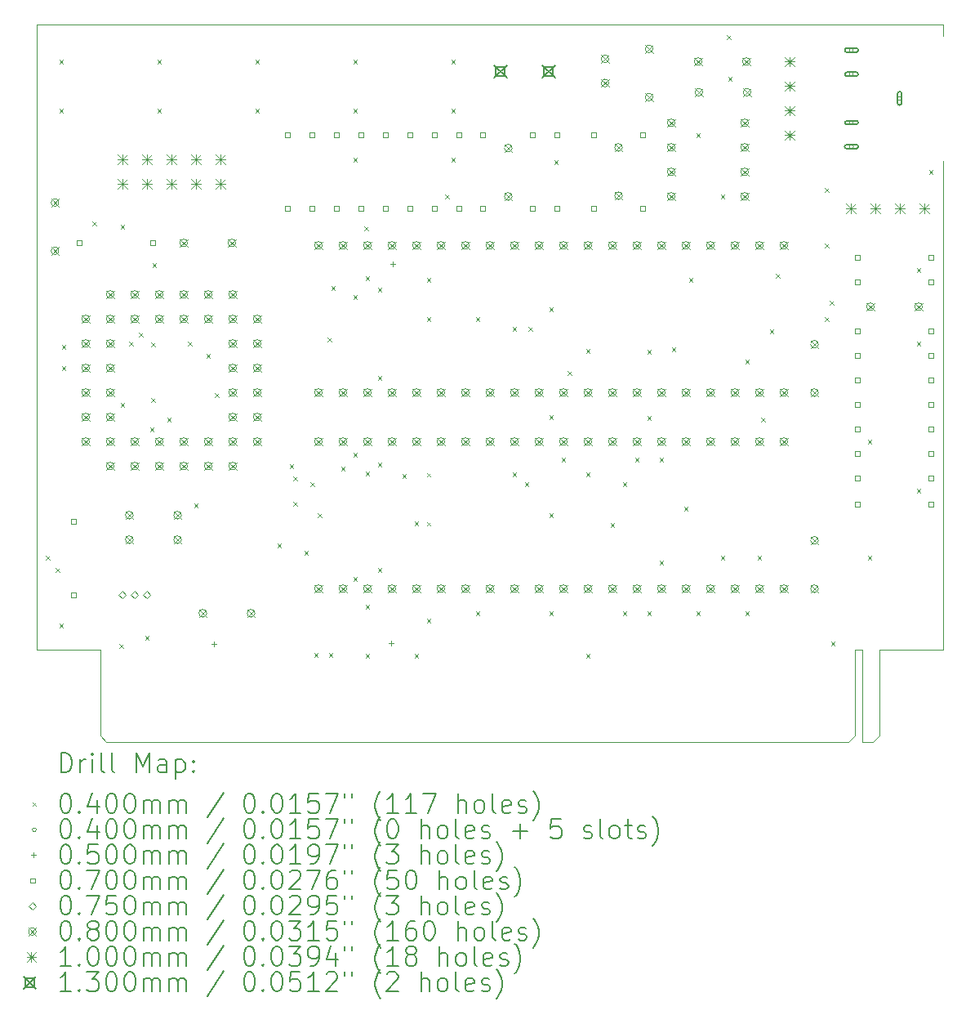
<source format=gbr>
%TF.GenerationSoftware,KiCad,Pcbnew,(6.0.11)*%
%TF.CreationDate,2023-01-30T22:43:55+07:00*%
%TF.ProjectId,TS_Ext_EPM3032,54535f45-7874-45f4-9550-4d333033322e,1.3*%
%TF.SameCoordinates,Original*%
%TF.FileFunction,Drillmap*%
%TF.FilePolarity,Positive*%
%FSLAX45Y45*%
G04 Gerber Fmt 4.5, Leading zero omitted, Abs format (unit mm)*
G04 Created by KiCad (PCBNEW (6.0.11)) date 2023-01-30 22:43:55*
%MOMM*%
%LPD*%
G01*
G04 APERTURE LIST*
%ADD10C,0.100000*%
%ADD11C,0.200000*%
%ADD12C,0.040000*%
%ADD13C,0.050000*%
%ADD14C,0.070000*%
%ADD15C,0.075000*%
%ADD16C,0.080000*%
%ADD17C,0.130000*%
G04 APERTURE END LIST*
D10*
X3454400Y-9017000D02*
X3454400Y-9906000D01*
X2794000Y-9017000D02*
X3454400Y-9017000D01*
X11531600Y-9017000D02*
X12192000Y-9017000D01*
X11277600Y-9017000D02*
X11277600Y-9906000D01*
X11353800Y-9969500D02*
X11468100Y-9969500D01*
X11531600Y-9017000D02*
X11531600Y-9906000D01*
X11468100Y-9969500D02*
X11531600Y-9906000D01*
X11214100Y-9969500D02*
X11277600Y-9906000D01*
X11277600Y-9017000D02*
X11353800Y-9017000D01*
X2794000Y-2540000D02*
X2794000Y-9017000D01*
X12192000Y-2540000D02*
X12192000Y-2652000D01*
X3517900Y-9969500D02*
X11214100Y-9969500D01*
X3517900Y-9969500D02*
X3454400Y-9906000D01*
X12192000Y-9017000D02*
X12192000Y-3952000D01*
X2794000Y-2540000D02*
X12192000Y-2540000D01*
X11353800Y-9017000D02*
X11353800Y-9969500D01*
D11*
D12*
X2888300Y-8044500D02*
X2928300Y-8084500D01*
X2928300Y-8044500D02*
X2888300Y-8084500D01*
X2989900Y-8171500D02*
X3029900Y-8211500D01*
X3029900Y-8171500D02*
X2989900Y-8211500D01*
X3028000Y-2901000D02*
X3068000Y-2941000D01*
X3068000Y-2901000D02*
X3028000Y-2941000D01*
X3028000Y-3409000D02*
X3068000Y-3449000D01*
X3068000Y-3409000D02*
X3028000Y-3449000D01*
X3028000Y-8743000D02*
X3068000Y-8783000D01*
X3068000Y-8743000D02*
X3028000Y-8783000D01*
X3053400Y-5860100D02*
X3093400Y-5900100D01*
X3093400Y-5860100D02*
X3053400Y-5900100D01*
X3053400Y-6076000D02*
X3093400Y-6116000D01*
X3093400Y-6076000D02*
X3053400Y-6116000D01*
X3370900Y-4577400D02*
X3410900Y-4617400D01*
X3410900Y-4577400D02*
X3370900Y-4617400D01*
X3650300Y-8958900D02*
X3690300Y-8998900D01*
X3690300Y-8958900D02*
X3650300Y-8998900D01*
X3663000Y-4615500D02*
X3703000Y-4655500D01*
X3703000Y-4615500D02*
X3663000Y-4655500D01*
X3663000Y-6457000D02*
X3703000Y-6497000D01*
X3703000Y-6457000D02*
X3663000Y-6497000D01*
X3751900Y-5822000D02*
X3791900Y-5862000D01*
X3791900Y-5822000D02*
X3751900Y-5862000D01*
X3853500Y-5733100D02*
X3893500Y-5773100D01*
X3893500Y-5733100D02*
X3853500Y-5773100D01*
X3917000Y-8870000D02*
X3957000Y-8910000D01*
X3957000Y-8870000D02*
X3917000Y-8910000D01*
X3967800Y-6711000D02*
X4007800Y-6751000D01*
X4007800Y-6711000D02*
X3967800Y-6751000D01*
X3980500Y-5834700D02*
X4020500Y-5874700D01*
X4020500Y-5834700D02*
X3980500Y-5874700D01*
X3980500Y-6406200D02*
X4020500Y-6446200D01*
X4020500Y-6406200D02*
X3980500Y-6446200D01*
X3993200Y-5009200D02*
X4033200Y-5049200D01*
X4033200Y-5009200D02*
X3993200Y-5049200D01*
X4044000Y-2901000D02*
X4084000Y-2941000D01*
X4084000Y-2901000D02*
X4044000Y-2941000D01*
X4044000Y-3409000D02*
X4084000Y-3449000D01*
X4084000Y-3409000D02*
X4044000Y-3449000D01*
X4145600Y-6613150D02*
X4185600Y-6653150D01*
X4185600Y-6613150D02*
X4145600Y-6653150D01*
X4361500Y-5822000D02*
X4401500Y-5862000D01*
X4401500Y-5822000D02*
X4361500Y-5862000D01*
X4425000Y-7501950D02*
X4465000Y-7541950D01*
X4465000Y-7501950D02*
X4425000Y-7541950D01*
X4552000Y-5949000D02*
X4592000Y-5989000D01*
X4592000Y-5949000D02*
X4552000Y-5989000D01*
X4640900Y-6355400D02*
X4680900Y-6395400D01*
X4680900Y-6355400D02*
X4640900Y-6395400D01*
X5060000Y-2901000D02*
X5100000Y-2941000D01*
X5100000Y-2901000D02*
X5060000Y-2941000D01*
X5060000Y-3409000D02*
X5100000Y-3449000D01*
X5100000Y-3409000D02*
X5060000Y-3449000D01*
X5288600Y-7917500D02*
X5328600Y-7957500D01*
X5328600Y-7917500D02*
X5288600Y-7957500D01*
X5415600Y-7092000D02*
X5455600Y-7132000D01*
X5455600Y-7092000D02*
X5415600Y-7132000D01*
X5453700Y-7219000D02*
X5493700Y-7259000D01*
X5493700Y-7219000D02*
X5453700Y-7259000D01*
X5453700Y-7485700D02*
X5493700Y-7525700D01*
X5493700Y-7485700D02*
X5453700Y-7525700D01*
X5568000Y-7993700D02*
X5608000Y-8033700D01*
X5608000Y-7993700D02*
X5568000Y-8033700D01*
X5631500Y-7282500D02*
X5671500Y-7322500D01*
X5671500Y-7282500D02*
X5631500Y-7322500D01*
X5669600Y-9047800D02*
X5709600Y-9087800D01*
X5709600Y-9047800D02*
X5669600Y-9087800D01*
X5707700Y-7603550D02*
X5747700Y-7643550D01*
X5747700Y-7603550D02*
X5707700Y-7643550D01*
X5809300Y-5783900D02*
X5849300Y-5823900D01*
X5849300Y-5783900D02*
X5809300Y-5823900D01*
X5822000Y-9047800D02*
X5862000Y-9087800D01*
X5862000Y-9047800D02*
X5822000Y-9087800D01*
X5847400Y-5250500D02*
X5887400Y-5290500D01*
X5887400Y-5250500D02*
X5847400Y-5290500D01*
X5949000Y-7117400D02*
X5989000Y-7157400D01*
X5989000Y-7117400D02*
X5949000Y-7157400D01*
X6076000Y-2901000D02*
X6116000Y-2941000D01*
X6116000Y-2901000D02*
X6076000Y-2941000D01*
X6076000Y-3409000D02*
X6116000Y-3449000D01*
X6116000Y-3409000D02*
X6076000Y-3449000D01*
X6076000Y-3917000D02*
X6116000Y-3957000D01*
X6116000Y-3917000D02*
X6076000Y-3957000D01*
X6076000Y-5339400D02*
X6116000Y-5379400D01*
X6116000Y-5339400D02*
X6076000Y-5379400D01*
X6076000Y-6977700D02*
X6116000Y-7017700D01*
X6116000Y-6977700D02*
X6076000Y-7017700D01*
X6076000Y-8260400D02*
X6116000Y-8300400D01*
X6116000Y-8260400D02*
X6076000Y-8300400D01*
X6190300Y-4628200D02*
X6230300Y-4668200D01*
X6230300Y-4628200D02*
X6190300Y-4668200D01*
X6203000Y-5148900D02*
X6243000Y-5188900D01*
X6243000Y-5148900D02*
X6203000Y-5188900D01*
X6203000Y-7168200D02*
X6243000Y-7208200D01*
X6243000Y-7168200D02*
X6203000Y-7208200D01*
X6203000Y-8552500D02*
X6243000Y-8592500D01*
X6243000Y-8552500D02*
X6203000Y-8592500D01*
X6203000Y-9060500D02*
X6243000Y-9100500D01*
X6243000Y-9060500D02*
X6203000Y-9100500D01*
X6330000Y-5263200D02*
X6370000Y-5303200D01*
X6370000Y-5263200D02*
X6330000Y-5303200D01*
X6330000Y-6177600D02*
X6370000Y-6217600D01*
X6370000Y-6177600D02*
X6330000Y-6217600D01*
X6330000Y-7079300D02*
X6370000Y-7119300D01*
X6370000Y-7079300D02*
X6330000Y-7119300D01*
X6330000Y-8171500D02*
X6370000Y-8211500D01*
X6370000Y-8171500D02*
X6330000Y-8211500D01*
X6584000Y-7193600D02*
X6624000Y-7233600D01*
X6624000Y-7193600D02*
X6584000Y-7233600D01*
X6711000Y-7688900D02*
X6751000Y-7728900D01*
X6751000Y-7688900D02*
X6711000Y-7728900D01*
X6711000Y-9060500D02*
X6751000Y-9100500D01*
X6751000Y-9060500D02*
X6711000Y-9100500D01*
X6838000Y-5161600D02*
X6878000Y-5201600D01*
X6878000Y-5161600D02*
X6838000Y-5201600D01*
X6838000Y-5568000D02*
X6878000Y-5608000D01*
X6878000Y-5568000D02*
X6838000Y-5608000D01*
X6838000Y-8692200D02*
X6878000Y-8732200D01*
X6878000Y-8692200D02*
X6838000Y-8732200D01*
X6839600Y-7182500D02*
X6879600Y-7222500D01*
X6879600Y-7182500D02*
X6839600Y-7222500D01*
X6839600Y-7690500D02*
X6879600Y-7730500D01*
X6879600Y-7690500D02*
X6839600Y-7730500D01*
X7028500Y-4298000D02*
X7068500Y-4338000D01*
X7068500Y-4298000D02*
X7028500Y-4338000D01*
X7092000Y-2901000D02*
X7132000Y-2941000D01*
X7132000Y-2901000D02*
X7092000Y-2941000D01*
X7092000Y-3409000D02*
X7132000Y-3449000D01*
X7132000Y-3409000D02*
X7092000Y-3449000D01*
X7092000Y-3917000D02*
X7132000Y-3957000D01*
X7132000Y-3917000D02*
X7092000Y-3957000D01*
X7346000Y-5568000D02*
X7386000Y-5608000D01*
X7386000Y-5568000D02*
X7346000Y-5608000D01*
X7346000Y-8616000D02*
X7386000Y-8656000D01*
X7386000Y-8616000D02*
X7346000Y-8656000D01*
X7727000Y-5669600D02*
X7767000Y-5709600D01*
X7767000Y-5669600D02*
X7727000Y-5709600D01*
X7727000Y-7180900D02*
X7767000Y-7220900D01*
X7767000Y-7180900D02*
X7727000Y-7220900D01*
X7854000Y-7282500D02*
X7894000Y-7322500D01*
X7894000Y-7282500D02*
X7854000Y-7322500D01*
X7892100Y-5669600D02*
X7932100Y-5709600D01*
X7932100Y-5669600D02*
X7892100Y-5709600D01*
X8108000Y-5466400D02*
X8148000Y-5506400D01*
X8148000Y-5466400D02*
X8108000Y-5506400D01*
X8108000Y-6584000D02*
X8148000Y-6624000D01*
X8148000Y-6584000D02*
X8108000Y-6624000D01*
X8108000Y-7603750D02*
X8148000Y-7643750D01*
X8148000Y-7603750D02*
X8108000Y-7643750D01*
X8108000Y-8616000D02*
X8148000Y-8656000D01*
X8148000Y-8616000D02*
X8108000Y-8656000D01*
X8158800Y-3942400D02*
X8198800Y-3982400D01*
X8198800Y-3942400D02*
X8158800Y-3982400D01*
X8235000Y-7028500D02*
X8275000Y-7068500D01*
X8275000Y-7028500D02*
X8235000Y-7068500D01*
X8298500Y-6126800D02*
X8338500Y-6166800D01*
X8338500Y-6126800D02*
X8298500Y-6166800D01*
X8489000Y-5898200D02*
X8529000Y-5938200D01*
X8529000Y-5898200D02*
X8489000Y-5938200D01*
X8489000Y-7180900D02*
X8529000Y-7220900D01*
X8529000Y-7180900D02*
X8489000Y-7220900D01*
X8489000Y-9060500D02*
X8529000Y-9100500D01*
X8529000Y-9060500D02*
X8489000Y-9100500D01*
X8743000Y-7705150D02*
X8783000Y-7745150D01*
X8783000Y-7705150D02*
X8743000Y-7745150D01*
X8870000Y-7282500D02*
X8910000Y-7322500D01*
X8910000Y-7282500D02*
X8870000Y-7322500D01*
X8870000Y-8616000D02*
X8910000Y-8656000D01*
X8910000Y-8616000D02*
X8870000Y-8656000D01*
X8997000Y-7028500D02*
X9037000Y-7068500D01*
X9037000Y-7028500D02*
X8997000Y-7068500D01*
X9124000Y-5910900D02*
X9164000Y-5950900D01*
X9164000Y-5910900D02*
X9124000Y-5950900D01*
X9124000Y-6596700D02*
X9164000Y-6636700D01*
X9164000Y-6596700D02*
X9124000Y-6636700D01*
X9124000Y-8616000D02*
X9164000Y-8656000D01*
X9164000Y-8616000D02*
X9124000Y-8656000D01*
X9251000Y-7028500D02*
X9291000Y-7068500D01*
X9291000Y-7028500D02*
X9251000Y-7068500D01*
X9251000Y-8095300D02*
X9291000Y-8135300D01*
X9291000Y-8095300D02*
X9251000Y-8135300D01*
X9378000Y-5885500D02*
X9418000Y-5925500D01*
X9418000Y-5885500D02*
X9378000Y-5925500D01*
X9505000Y-7536500D02*
X9545000Y-7576500D01*
X9545000Y-7536500D02*
X9505000Y-7576500D01*
X9555800Y-5161600D02*
X9595800Y-5201600D01*
X9595800Y-5161600D02*
X9555800Y-5201600D01*
X9632000Y-3663000D02*
X9672000Y-3703000D01*
X9672000Y-3663000D02*
X9632000Y-3703000D01*
X9632000Y-8616000D02*
X9672000Y-8656000D01*
X9672000Y-8616000D02*
X9632000Y-8656000D01*
X9886000Y-4298000D02*
X9926000Y-4338000D01*
X9926000Y-4298000D02*
X9886000Y-4338000D01*
X9886000Y-8044500D02*
X9926000Y-8084500D01*
X9926000Y-8044500D02*
X9886000Y-8084500D01*
X9949500Y-2647000D02*
X9989500Y-2687000D01*
X9989500Y-2647000D02*
X9949500Y-2687000D01*
X9962200Y-3078800D02*
X10002200Y-3118800D01*
X10002200Y-3078800D02*
X9962200Y-3118800D01*
X10140000Y-6012500D02*
X10180000Y-6052500D01*
X10180000Y-6012500D02*
X10140000Y-6052500D01*
X10140000Y-8616000D02*
X10180000Y-8656000D01*
X10180000Y-8616000D02*
X10140000Y-8656000D01*
X10267000Y-8044500D02*
X10307000Y-8084500D01*
X10307000Y-8044500D02*
X10267000Y-8084500D01*
X10305100Y-6609400D02*
X10345100Y-6649400D01*
X10345100Y-6609400D02*
X10305100Y-6649400D01*
X10394000Y-5695000D02*
X10434000Y-5735000D01*
X10434000Y-5695000D02*
X10394000Y-5735000D01*
X10457500Y-5123500D02*
X10497500Y-5163500D01*
X10497500Y-5123500D02*
X10457500Y-5163500D01*
X10965500Y-4234500D02*
X11005500Y-4274500D01*
X11005500Y-4234500D02*
X10965500Y-4274500D01*
X10965500Y-4806000D02*
X11005500Y-4846000D01*
X11005500Y-4806000D02*
X10965500Y-4846000D01*
X10965500Y-5568000D02*
X11005500Y-5608000D01*
X11005500Y-5568000D02*
X10965500Y-5608000D01*
X11016300Y-5402900D02*
X11056300Y-5442900D01*
X11056300Y-5402900D02*
X11016300Y-5442900D01*
X11029000Y-8933500D02*
X11069000Y-8973500D01*
X11069000Y-8933500D02*
X11029000Y-8973500D01*
X11410000Y-6838000D02*
X11450000Y-6878000D01*
X11450000Y-6838000D02*
X11410000Y-6878000D01*
X11410000Y-8044500D02*
X11450000Y-8084500D01*
X11450000Y-8044500D02*
X11410000Y-8084500D01*
X11918000Y-5060000D02*
X11958000Y-5100000D01*
X11958000Y-5060000D02*
X11918000Y-5100000D01*
X11918000Y-5822000D02*
X11958000Y-5862000D01*
X11958000Y-5822000D02*
X11918000Y-5862000D01*
X11918000Y-7346000D02*
X11958000Y-7386000D01*
X11958000Y-7346000D02*
X11918000Y-7386000D01*
X12045000Y-4044000D02*
X12085000Y-4084000D01*
X12085000Y-4044000D02*
X12045000Y-4084000D01*
X11262000Y-2802000D02*
G75*
G03*
X11262000Y-2802000I-20000J0D01*
G01*
D11*
X11292000Y-2782000D02*
X11192000Y-2782000D01*
X11292000Y-2822000D02*
X11192000Y-2822000D01*
X11192000Y-2782000D02*
G75*
G03*
X11192000Y-2822000I0J-20000D01*
G01*
X11292000Y-2822000D02*
G75*
G03*
X11292000Y-2782000I0J20000D01*
G01*
D12*
X11262000Y-3052000D02*
G75*
G03*
X11262000Y-3052000I-20000J0D01*
G01*
D11*
X11292000Y-3032000D02*
X11192000Y-3032000D01*
X11292000Y-3072000D02*
X11192000Y-3072000D01*
X11192000Y-3032000D02*
G75*
G03*
X11192000Y-3072000I0J-20000D01*
G01*
X11292000Y-3072000D02*
G75*
G03*
X11292000Y-3032000I0J20000D01*
G01*
D12*
X11262000Y-3552000D02*
G75*
G03*
X11262000Y-3552000I-20000J0D01*
G01*
D11*
X11192000Y-3572000D02*
X11292000Y-3572000D01*
X11192000Y-3532000D02*
X11292000Y-3532000D01*
X11292000Y-3572000D02*
G75*
G03*
X11292000Y-3532000I0J20000D01*
G01*
X11192000Y-3532000D02*
G75*
G03*
X11192000Y-3572000I0J-20000D01*
G01*
D12*
X11262000Y-3802000D02*
G75*
G03*
X11262000Y-3802000I-20000J0D01*
G01*
D11*
X11192000Y-3822000D02*
X11292000Y-3822000D01*
X11192000Y-3782000D02*
X11292000Y-3782000D01*
X11292000Y-3822000D02*
G75*
G03*
X11292000Y-3782000I0J20000D01*
G01*
X11192000Y-3782000D02*
G75*
G03*
X11192000Y-3822000I0J-20000D01*
G01*
D12*
X11762000Y-3302000D02*
G75*
G03*
X11762000Y-3302000I-20000J0D01*
G01*
D11*
X11762000Y-3352000D02*
X11762000Y-3252000D01*
X11722000Y-3352000D02*
X11722000Y-3252000D01*
X11762000Y-3252000D02*
G75*
G03*
X11722000Y-3252000I-20000J0D01*
G01*
X11722000Y-3352000D02*
G75*
G03*
X11762000Y-3352000I20000J0D01*
G01*
D13*
X4635500Y-8928500D02*
X4635500Y-8978500D01*
X4610500Y-8953500D02*
X4660500Y-8953500D01*
X6473077Y-8924577D02*
X6473077Y-8974577D01*
X6448077Y-8949577D02*
X6498077Y-8949577D01*
X6489700Y-4991500D02*
X6489700Y-5041500D01*
X6464700Y-5016500D02*
X6514700Y-5016500D01*
D14*
X3199749Y-7708249D02*
X3199749Y-7658751D01*
X3150251Y-7658751D01*
X3150251Y-7708249D01*
X3199749Y-7708249D01*
X3199749Y-8470249D02*
X3199749Y-8420751D01*
X3150251Y-8420751D01*
X3150251Y-8470249D01*
X3199749Y-8470249D01*
X3263249Y-4825349D02*
X3263249Y-4775851D01*
X3213751Y-4775851D01*
X3213751Y-4825349D01*
X3263249Y-4825349D01*
X4025249Y-4825349D02*
X4025249Y-4775851D01*
X3975751Y-4775851D01*
X3975751Y-4825349D01*
X4025249Y-4825349D01*
X5422249Y-3707749D02*
X5422249Y-3658251D01*
X5372751Y-3658251D01*
X5372751Y-3707749D01*
X5422249Y-3707749D01*
X5422249Y-4469749D02*
X5422249Y-4420251D01*
X5372751Y-4420251D01*
X5372751Y-4469749D01*
X5422249Y-4469749D01*
X5676249Y-3707749D02*
X5676249Y-3658251D01*
X5626751Y-3658251D01*
X5626751Y-3707749D01*
X5676249Y-3707749D01*
X5676249Y-4469749D02*
X5676249Y-4420251D01*
X5626751Y-4420251D01*
X5626751Y-4469749D01*
X5676249Y-4469749D01*
X5930249Y-3707749D02*
X5930249Y-3658251D01*
X5880751Y-3658251D01*
X5880751Y-3707749D01*
X5930249Y-3707749D01*
X5930249Y-4469749D02*
X5930249Y-4420251D01*
X5880751Y-4420251D01*
X5880751Y-4469749D01*
X5930249Y-4469749D01*
X6184249Y-3707749D02*
X6184249Y-3658251D01*
X6134751Y-3658251D01*
X6134751Y-3707749D01*
X6184249Y-3707749D01*
X6184249Y-4469749D02*
X6184249Y-4420251D01*
X6134751Y-4420251D01*
X6134751Y-4469749D01*
X6184249Y-4469749D01*
X6438249Y-3707749D02*
X6438249Y-3658251D01*
X6388751Y-3658251D01*
X6388751Y-3707749D01*
X6438249Y-3707749D01*
X6438249Y-4469749D02*
X6438249Y-4420251D01*
X6388751Y-4420251D01*
X6388751Y-4469749D01*
X6438249Y-4469749D01*
X6692249Y-3707749D02*
X6692249Y-3658251D01*
X6642751Y-3658251D01*
X6642751Y-3707749D01*
X6692249Y-3707749D01*
X6692249Y-4469749D02*
X6692249Y-4420251D01*
X6642751Y-4420251D01*
X6642751Y-4469749D01*
X6692249Y-4469749D01*
X6946249Y-3707749D02*
X6946249Y-3658251D01*
X6896751Y-3658251D01*
X6896751Y-3707749D01*
X6946249Y-3707749D01*
X6946249Y-4469749D02*
X6946249Y-4420251D01*
X6896751Y-4420251D01*
X6896751Y-4469749D01*
X6946249Y-4469749D01*
X7200249Y-3707749D02*
X7200249Y-3658251D01*
X7150751Y-3658251D01*
X7150751Y-3707749D01*
X7200249Y-3707749D01*
X7200249Y-4469749D02*
X7200249Y-4420251D01*
X7150751Y-4420251D01*
X7150751Y-4469749D01*
X7200249Y-4469749D01*
X7441549Y-3707749D02*
X7441549Y-3658251D01*
X7392051Y-3658251D01*
X7392051Y-3707749D01*
X7441549Y-3707749D01*
X7441549Y-4469749D02*
X7441549Y-4420251D01*
X7392051Y-4420251D01*
X7392051Y-4469749D01*
X7441549Y-4469749D01*
X7962249Y-3707749D02*
X7962249Y-3658251D01*
X7912751Y-3658251D01*
X7912751Y-3707749D01*
X7962249Y-3707749D01*
X7962249Y-4469749D02*
X7962249Y-4420251D01*
X7912751Y-4420251D01*
X7912751Y-4469749D01*
X7962249Y-4469749D01*
X8216249Y-3707749D02*
X8216249Y-3658251D01*
X8166751Y-3658251D01*
X8166751Y-3707749D01*
X8216249Y-3707749D01*
X8216249Y-4469749D02*
X8216249Y-4420251D01*
X8166751Y-4420251D01*
X8166751Y-4469749D01*
X8216249Y-4469749D01*
X8597249Y-3707749D02*
X8597249Y-3658251D01*
X8547751Y-3658251D01*
X8547751Y-3707749D01*
X8597249Y-3707749D01*
X8597249Y-4469749D02*
X8597249Y-4420251D01*
X8547751Y-4420251D01*
X8547751Y-4469749D01*
X8597249Y-4469749D01*
X9105249Y-3707749D02*
X9105249Y-3658251D01*
X9055751Y-3658251D01*
X9055751Y-3707749D01*
X9105249Y-3707749D01*
X9105249Y-4469749D02*
X9105249Y-4420251D01*
X9055751Y-4420251D01*
X9055751Y-4469749D01*
X9105249Y-4469749D01*
X11327749Y-4977749D02*
X11327749Y-4928251D01*
X11278251Y-4928251D01*
X11278251Y-4977749D01*
X11327749Y-4977749D01*
X11327749Y-5231749D02*
X11327749Y-5182251D01*
X11278251Y-5182251D01*
X11278251Y-5231749D01*
X11327749Y-5231749D01*
X11327749Y-5739749D02*
X11327749Y-5690251D01*
X11278251Y-5690251D01*
X11278251Y-5739749D01*
X11327749Y-5739749D01*
X11327749Y-5993749D02*
X11327749Y-5944251D01*
X11278251Y-5944251D01*
X11278251Y-5993749D01*
X11327749Y-5993749D01*
X11327749Y-6247749D02*
X11327749Y-6198251D01*
X11278251Y-6198251D01*
X11278251Y-6247749D01*
X11327749Y-6247749D01*
X11327749Y-6501749D02*
X11327749Y-6452251D01*
X11278251Y-6452251D01*
X11278251Y-6501749D01*
X11327749Y-6501749D01*
X11327749Y-6755749D02*
X11327749Y-6706251D01*
X11278251Y-6706251D01*
X11278251Y-6755749D01*
X11327749Y-6755749D01*
X11327749Y-7009749D02*
X11327749Y-6960251D01*
X11278251Y-6960251D01*
X11278251Y-7009749D01*
X11327749Y-7009749D01*
X11327749Y-7263749D02*
X11327749Y-7214251D01*
X11278251Y-7214251D01*
X11278251Y-7263749D01*
X11327749Y-7263749D01*
X11327749Y-7530449D02*
X11327749Y-7480951D01*
X11278251Y-7480951D01*
X11278251Y-7530449D01*
X11327749Y-7530449D01*
X12089749Y-4977749D02*
X12089749Y-4928251D01*
X12040251Y-4928251D01*
X12040251Y-4977749D01*
X12089749Y-4977749D01*
X12089749Y-5231749D02*
X12089749Y-5182251D01*
X12040251Y-5182251D01*
X12040251Y-5231749D01*
X12089749Y-5231749D01*
X12089749Y-5739749D02*
X12089749Y-5690251D01*
X12040251Y-5690251D01*
X12040251Y-5739749D01*
X12089749Y-5739749D01*
X12089749Y-5993749D02*
X12089749Y-5944251D01*
X12040251Y-5944251D01*
X12040251Y-5993749D01*
X12089749Y-5993749D01*
X12089749Y-6247749D02*
X12089749Y-6198251D01*
X12040251Y-6198251D01*
X12040251Y-6247749D01*
X12089749Y-6247749D01*
X12089749Y-6501749D02*
X12089749Y-6452251D01*
X12040251Y-6452251D01*
X12040251Y-6501749D01*
X12089749Y-6501749D01*
X12089749Y-6755749D02*
X12089749Y-6706251D01*
X12040251Y-6706251D01*
X12040251Y-6755749D01*
X12089749Y-6755749D01*
X12089749Y-7009749D02*
X12089749Y-6960251D01*
X12040251Y-6960251D01*
X12040251Y-7009749D01*
X12089749Y-7009749D01*
X12089749Y-7263749D02*
X12089749Y-7214251D01*
X12040251Y-7214251D01*
X12040251Y-7263749D01*
X12089749Y-7263749D01*
X12089749Y-7530449D02*
X12089749Y-7480951D01*
X12040251Y-7480951D01*
X12040251Y-7530449D01*
X12089749Y-7530449D01*
D15*
X3683000Y-8483000D02*
X3720500Y-8445500D01*
X3683000Y-8408000D01*
X3645500Y-8445500D01*
X3683000Y-8483000D01*
X3810000Y-8483000D02*
X3847500Y-8445500D01*
X3810000Y-8408000D01*
X3772500Y-8445500D01*
X3810000Y-8483000D01*
X3937000Y-8483000D02*
X3974500Y-8445500D01*
X3937000Y-8408000D01*
X3899500Y-8445500D01*
X3937000Y-8483000D01*
D16*
X2944500Y-4341500D02*
X3024500Y-4421500D01*
X3024500Y-4341500D02*
X2944500Y-4421500D01*
X3024500Y-4381500D02*
G75*
G03*
X3024500Y-4381500I-40000J0D01*
G01*
X2944500Y-4841500D02*
X3024500Y-4921500D01*
X3024500Y-4841500D02*
X2944500Y-4921500D01*
X3024500Y-4881500D02*
G75*
G03*
X3024500Y-4881500I-40000J0D01*
G01*
X3262000Y-5548000D02*
X3342000Y-5628000D01*
X3342000Y-5548000D02*
X3262000Y-5628000D01*
X3342000Y-5588000D02*
G75*
G03*
X3342000Y-5588000I-40000J0D01*
G01*
X3262000Y-5802000D02*
X3342000Y-5882000D01*
X3342000Y-5802000D02*
X3262000Y-5882000D01*
X3342000Y-5842000D02*
G75*
G03*
X3342000Y-5842000I-40000J0D01*
G01*
X3262000Y-6056000D02*
X3342000Y-6136000D01*
X3342000Y-6056000D02*
X3262000Y-6136000D01*
X3342000Y-6096000D02*
G75*
G03*
X3342000Y-6096000I-40000J0D01*
G01*
X3262000Y-6310000D02*
X3342000Y-6390000D01*
X3342000Y-6310000D02*
X3262000Y-6390000D01*
X3342000Y-6350000D02*
G75*
G03*
X3342000Y-6350000I-40000J0D01*
G01*
X3262000Y-6564000D02*
X3342000Y-6644000D01*
X3342000Y-6564000D02*
X3262000Y-6644000D01*
X3342000Y-6604000D02*
G75*
G03*
X3342000Y-6604000I-40000J0D01*
G01*
X3262000Y-6818000D02*
X3342000Y-6898000D01*
X3342000Y-6818000D02*
X3262000Y-6898000D01*
X3342000Y-6858000D02*
G75*
G03*
X3342000Y-6858000I-40000J0D01*
G01*
X3516000Y-5294000D02*
X3596000Y-5374000D01*
X3596000Y-5294000D02*
X3516000Y-5374000D01*
X3596000Y-5334000D02*
G75*
G03*
X3596000Y-5334000I-40000J0D01*
G01*
X3516000Y-5548000D02*
X3596000Y-5628000D01*
X3596000Y-5548000D02*
X3516000Y-5628000D01*
X3596000Y-5588000D02*
G75*
G03*
X3596000Y-5588000I-40000J0D01*
G01*
X3516000Y-5802000D02*
X3596000Y-5882000D01*
X3596000Y-5802000D02*
X3516000Y-5882000D01*
X3596000Y-5842000D02*
G75*
G03*
X3596000Y-5842000I-40000J0D01*
G01*
X3516000Y-6056000D02*
X3596000Y-6136000D01*
X3596000Y-6056000D02*
X3516000Y-6136000D01*
X3596000Y-6096000D02*
G75*
G03*
X3596000Y-6096000I-40000J0D01*
G01*
X3516000Y-6310000D02*
X3596000Y-6390000D01*
X3596000Y-6310000D02*
X3516000Y-6390000D01*
X3596000Y-6350000D02*
G75*
G03*
X3596000Y-6350000I-40000J0D01*
G01*
X3516000Y-6564000D02*
X3596000Y-6644000D01*
X3596000Y-6564000D02*
X3516000Y-6644000D01*
X3596000Y-6604000D02*
G75*
G03*
X3596000Y-6604000I-40000J0D01*
G01*
X3516000Y-6818000D02*
X3596000Y-6898000D01*
X3596000Y-6818000D02*
X3516000Y-6898000D01*
X3596000Y-6858000D02*
G75*
G03*
X3596000Y-6858000I-40000J0D01*
G01*
X3516000Y-7072000D02*
X3596000Y-7152000D01*
X3596000Y-7072000D02*
X3516000Y-7152000D01*
X3596000Y-7112000D02*
G75*
G03*
X3596000Y-7112000I-40000J0D01*
G01*
X3714500Y-7580000D02*
X3794500Y-7660000D01*
X3794500Y-7580000D02*
X3714500Y-7660000D01*
X3794500Y-7620000D02*
G75*
G03*
X3794500Y-7620000I-40000J0D01*
G01*
X3714500Y-7834000D02*
X3794500Y-7914000D01*
X3794500Y-7834000D02*
X3714500Y-7914000D01*
X3794500Y-7874000D02*
G75*
G03*
X3794500Y-7874000I-40000J0D01*
G01*
X3770000Y-5294000D02*
X3850000Y-5374000D01*
X3850000Y-5294000D02*
X3770000Y-5374000D01*
X3850000Y-5334000D02*
G75*
G03*
X3850000Y-5334000I-40000J0D01*
G01*
X3770000Y-5548000D02*
X3850000Y-5628000D01*
X3850000Y-5548000D02*
X3770000Y-5628000D01*
X3850000Y-5588000D02*
G75*
G03*
X3850000Y-5588000I-40000J0D01*
G01*
X3770000Y-6818000D02*
X3850000Y-6898000D01*
X3850000Y-6818000D02*
X3770000Y-6898000D01*
X3850000Y-6858000D02*
G75*
G03*
X3850000Y-6858000I-40000J0D01*
G01*
X3770000Y-7072000D02*
X3850000Y-7152000D01*
X3850000Y-7072000D02*
X3770000Y-7152000D01*
X3850000Y-7112000D02*
G75*
G03*
X3850000Y-7112000I-40000J0D01*
G01*
X4024000Y-5294000D02*
X4104000Y-5374000D01*
X4104000Y-5294000D02*
X4024000Y-5374000D01*
X4104000Y-5334000D02*
G75*
G03*
X4104000Y-5334000I-40000J0D01*
G01*
X4024000Y-5548000D02*
X4104000Y-5628000D01*
X4104000Y-5548000D02*
X4024000Y-5628000D01*
X4104000Y-5588000D02*
G75*
G03*
X4104000Y-5588000I-40000J0D01*
G01*
X4024000Y-6818000D02*
X4104000Y-6898000D01*
X4104000Y-6818000D02*
X4024000Y-6898000D01*
X4104000Y-6858000D02*
G75*
G03*
X4104000Y-6858000I-40000J0D01*
G01*
X4024000Y-7072000D02*
X4104000Y-7152000D01*
X4104000Y-7072000D02*
X4024000Y-7152000D01*
X4104000Y-7112000D02*
G75*
G03*
X4104000Y-7112000I-40000J0D01*
G01*
X4214500Y-7580000D02*
X4294500Y-7660000D01*
X4294500Y-7580000D02*
X4214500Y-7660000D01*
X4294500Y-7620000D02*
G75*
G03*
X4294500Y-7620000I-40000J0D01*
G01*
X4214500Y-7834000D02*
X4294500Y-7914000D01*
X4294500Y-7834000D02*
X4214500Y-7914000D01*
X4294500Y-7874000D02*
G75*
G03*
X4294500Y-7874000I-40000J0D01*
G01*
X4278000Y-4760600D02*
X4358000Y-4840600D01*
X4358000Y-4760600D02*
X4278000Y-4840600D01*
X4358000Y-4800600D02*
G75*
G03*
X4358000Y-4800600I-40000J0D01*
G01*
X4278000Y-5294000D02*
X4358000Y-5374000D01*
X4358000Y-5294000D02*
X4278000Y-5374000D01*
X4358000Y-5334000D02*
G75*
G03*
X4358000Y-5334000I-40000J0D01*
G01*
X4278000Y-5548000D02*
X4358000Y-5628000D01*
X4358000Y-5548000D02*
X4278000Y-5628000D01*
X4358000Y-5588000D02*
G75*
G03*
X4358000Y-5588000I-40000J0D01*
G01*
X4278000Y-6818000D02*
X4358000Y-6898000D01*
X4358000Y-6818000D02*
X4278000Y-6898000D01*
X4358000Y-6858000D02*
G75*
G03*
X4358000Y-6858000I-40000J0D01*
G01*
X4278000Y-7072000D02*
X4358000Y-7152000D01*
X4358000Y-7072000D02*
X4278000Y-7152000D01*
X4358000Y-7112000D02*
G75*
G03*
X4358000Y-7112000I-40000J0D01*
G01*
X4476500Y-8596000D02*
X4556500Y-8676000D01*
X4556500Y-8596000D02*
X4476500Y-8676000D01*
X4556500Y-8636000D02*
G75*
G03*
X4556500Y-8636000I-40000J0D01*
G01*
X4532000Y-5294000D02*
X4612000Y-5374000D01*
X4612000Y-5294000D02*
X4532000Y-5374000D01*
X4612000Y-5334000D02*
G75*
G03*
X4612000Y-5334000I-40000J0D01*
G01*
X4532000Y-5548000D02*
X4612000Y-5628000D01*
X4612000Y-5548000D02*
X4532000Y-5628000D01*
X4612000Y-5588000D02*
G75*
G03*
X4612000Y-5588000I-40000J0D01*
G01*
X4532000Y-6818000D02*
X4612000Y-6898000D01*
X4612000Y-6818000D02*
X4532000Y-6898000D01*
X4612000Y-6858000D02*
G75*
G03*
X4612000Y-6858000I-40000J0D01*
G01*
X4532000Y-7072000D02*
X4612000Y-7152000D01*
X4612000Y-7072000D02*
X4532000Y-7152000D01*
X4612000Y-7112000D02*
G75*
G03*
X4612000Y-7112000I-40000J0D01*
G01*
X4778000Y-4760600D02*
X4858000Y-4840600D01*
X4858000Y-4760600D02*
X4778000Y-4840600D01*
X4858000Y-4800600D02*
G75*
G03*
X4858000Y-4800600I-40000J0D01*
G01*
X4786000Y-5294000D02*
X4866000Y-5374000D01*
X4866000Y-5294000D02*
X4786000Y-5374000D01*
X4866000Y-5334000D02*
G75*
G03*
X4866000Y-5334000I-40000J0D01*
G01*
X4786000Y-5548000D02*
X4866000Y-5628000D01*
X4866000Y-5548000D02*
X4786000Y-5628000D01*
X4866000Y-5588000D02*
G75*
G03*
X4866000Y-5588000I-40000J0D01*
G01*
X4786000Y-5802000D02*
X4866000Y-5882000D01*
X4866000Y-5802000D02*
X4786000Y-5882000D01*
X4866000Y-5842000D02*
G75*
G03*
X4866000Y-5842000I-40000J0D01*
G01*
X4786000Y-6056000D02*
X4866000Y-6136000D01*
X4866000Y-6056000D02*
X4786000Y-6136000D01*
X4866000Y-6096000D02*
G75*
G03*
X4866000Y-6096000I-40000J0D01*
G01*
X4786000Y-6310000D02*
X4866000Y-6390000D01*
X4866000Y-6310000D02*
X4786000Y-6390000D01*
X4866000Y-6350000D02*
G75*
G03*
X4866000Y-6350000I-40000J0D01*
G01*
X4786000Y-6564000D02*
X4866000Y-6644000D01*
X4866000Y-6564000D02*
X4786000Y-6644000D01*
X4866000Y-6604000D02*
G75*
G03*
X4866000Y-6604000I-40000J0D01*
G01*
X4786000Y-6818000D02*
X4866000Y-6898000D01*
X4866000Y-6818000D02*
X4786000Y-6898000D01*
X4866000Y-6858000D02*
G75*
G03*
X4866000Y-6858000I-40000J0D01*
G01*
X4786000Y-7072000D02*
X4866000Y-7152000D01*
X4866000Y-7072000D02*
X4786000Y-7152000D01*
X4866000Y-7112000D02*
G75*
G03*
X4866000Y-7112000I-40000J0D01*
G01*
X4976500Y-8596000D02*
X5056500Y-8676000D01*
X5056500Y-8596000D02*
X4976500Y-8676000D01*
X5056500Y-8636000D02*
G75*
G03*
X5056500Y-8636000I-40000J0D01*
G01*
X5040000Y-5548000D02*
X5120000Y-5628000D01*
X5120000Y-5548000D02*
X5040000Y-5628000D01*
X5120000Y-5588000D02*
G75*
G03*
X5120000Y-5588000I-40000J0D01*
G01*
X5040000Y-5802000D02*
X5120000Y-5882000D01*
X5120000Y-5802000D02*
X5040000Y-5882000D01*
X5120000Y-5842000D02*
G75*
G03*
X5120000Y-5842000I-40000J0D01*
G01*
X5040000Y-6056000D02*
X5120000Y-6136000D01*
X5120000Y-6056000D02*
X5040000Y-6136000D01*
X5120000Y-6096000D02*
G75*
G03*
X5120000Y-6096000I-40000J0D01*
G01*
X5040000Y-6310000D02*
X5120000Y-6390000D01*
X5120000Y-6310000D02*
X5040000Y-6390000D01*
X5120000Y-6350000D02*
G75*
G03*
X5120000Y-6350000I-40000J0D01*
G01*
X5040000Y-6564000D02*
X5120000Y-6644000D01*
X5120000Y-6564000D02*
X5040000Y-6644000D01*
X5120000Y-6604000D02*
G75*
G03*
X5120000Y-6604000I-40000J0D01*
G01*
X5040000Y-6818000D02*
X5120000Y-6898000D01*
X5120000Y-6818000D02*
X5040000Y-6898000D01*
X5120000Y-6858000D02*
G75*
G03*
X5120000Y-6858000I-40000J0D01*
G01*
X5675000Y-4786000D02*
X5755000Y-4866000D01*
X5755000Y-4786000D02*
X5675000Y-4866000D01*
X5755000Y-4826000D02*
G75*
G03*
X5755000Y-4826000I-40000J0D01*
G01*
X5675000Y-6310000D02*
X5755000Y-6390000D01*
X5755000Y-6310000D02*
X5675000Y-6390000D01*
X5755000Y-6350000D02*
G75*
G03*
X5755000Y-6350000I-40000J0D01*
G01*
X5675000Y-6818000D02*
X5755000Y-6898000D01*
X5755000Y-6818000D02*
X5675000Y-6898000D01*
X5755000Y-6858000D02*
G75*
G03*
X5755000Y-6858000I-40000J0D01*
G01*
X5675000Y-8342000D02*
X5755000Y-8422000D01*
X5755000Y-8342000D02*
X5675000Y-8422000D01*
X5755000Y-8382000D02*
G75*
G03*
X5755000Y-8382000I-40000J0D01*
G01*
X5929000Y-4786000D02*
X6009000Y-4866000D01*
X6009000Y-4786000D02*
X5929000Y-4866000D01*
X6009000Y-4826000D02*
G75*
G03*
X6009000Y-4826000I-40000J0D01*
G01*
X5929000Y-6310000D02*
X6009000Y-6390000D01*
X6009000Y-6310000D02*
X5929000Y-6390000D01*
X6009000Y-6350000D02*
G75*
G03*
X6009000Y-6350000I-40000J0D01*
G01*
X5929000Y-6818000D02*
X6009000Y-6898000D01*
X6009000Y-6818000D02*
X5929000Y-6898000D01*
X6009000Y-6858000D02*
G75*
G03*
X6009000Y-6858000I-40000J0D01*
G01*
X5929000Y-8342000D02*
X6009000Y-8422000D01*
X6009000Y-8342000D02*
X5929000Y-8422000D01*
X6009000Y-8382000D02*
G75*
G03*
X6009000Y-8382000I-40000J0D01*
G01*
X6183000Y-4786000D02*
X6263000Y-4866000D01*
X6263000Y-4786000D02*
X6183000Y-4866000D01*
X6263000Y-4826000D02*
G75*
G03*
X6263000Y-4826000I-40000J0D01*
G01*
X6183000Y-6310000D02*
X6263000Y-6390000D01*
X6263000Y-6310000D02*
X6183000Y-6390000D01*
X6263000Y-6350000D02*
G75*
G03*
X6263000Y-6350000I-40000J0D01*
G01*
X6183000Y-6818000D02*
X6263000Y-6898000D01*
X6263000Y-6818000D02*
X6183000Y-6898000D01*
X6263000Y-6858000D02*
G75*
G03*
X6263000Y-6858000I-40000J0D01*
G01*
X6183000Y-8342000D02*
X6263000Y-8422000D01*
X6263000Y-8342000D02*
X6183000Y-8422000D01*
X6263000Y-8382000D02*
G75*
G03*
X6263000Y-8382000I-40000J0D01*
G01*
X6437000Y-4786000D02*
X6517000Y-4866000D01*
X6517000Y-4786000D02*
X6437000Y-4866000D01*
X6517000Y-4826000D02*
G75*
G03*
X6517000Y-4826000I-40000J0D01*
G01*
X6437000Y-6310000D02*
X6517000Y-6390000D01*
X6517000Y-6310000D02*
X6437000Y-6390000D01*
X6517000Y-6350000D02*
G75*
G03*
X6517000Y-6350000I-40000J0D01*
G01*
X6437000Y-6818000D02*
X6517000Y-6898000D01*
X6517000Y-6818000D02*
X6437000Y-6898000D01*
X6517000Y-6858000D02*
G75*
G03*
X6517000Y-6858000I-40000J0D01*
G01*
X6437000Y-8342000D02*
X6517000Y-8422000D01*
X6517000Y-8342000D02*
X6437000Y-8422000D01*
X6517000Y-8382000D02*
G75*
G03*
X6517000Y-8382000I-40000J0D01*
G01*
X6691000Y-4786000D02*
X6771000Y-4866000D01*
X6771000Y-4786000D02*
X6691000Y-4866000D01*
X6771000Y-4826000D02*
G75*
G03*
X6771000Y-4826000I-40000J0D01*
G01*
X6691000Y-6310000D02*
X6771000Y-6390000D01*
X6771000Y-6310000D02*
X6691000Y-6390000D01*
X6771000Y-6350000D02*
G75*
G03*
X6771000Y-6350000I-40000J0D01*
G01*
X6691000Y-6818000D02*
X6771000Y-6898000D01*
X6771000Y-6818000D02*
X6691000Y-6898000D01*
X6771000Y-6858000D02*
G75*
G03*
X6771000Y-6858000I-40000J0D01*
G01*
X6691000Y-8342000D02*
X6771000Y-8422000D01*
X6771000Y-8342000D02*
X6691000Y-8422000D01*
X6771000Y-8382000D02*
G75*
G03*
X6771000Y-8382000I-40000J0D01*
G01*
X6945000Y-4786000D02*
X7025000Y-4866000D01*
X7025000Y-4786000D02*
X6945000Y-4866000D01*
X7025000Y-4826000D02*
G75*
G03*
X7025000Y-4826000I-40000J0D01*
G01*
X6945000Y-6310000D02*
X7025000Y-6390000D01*
X7025000Y-6310000D02*
X6945000Y-6390000D01*
X7025000Y-6350000D02*
G75*
G03*
X7025000Y-6350000I-40000J0D01*
G01*
X6945000Y-6818000D02*
X7025000Y-6898000D01*
X7025000Y-6818000D02*
X6945000Y-6898000D01*
X7025000Y-6858000D02*
G75*
G03*
X7025000Y-6858000I-40000J0D01*
G01*
X6945000Y-8342000D02*
X7025000Y-8422000D01*
X7025000Y-8342000D02*
X6945000Y-8422000D01*
X7025000Y-8382000D02*
G75*
G03*
X7025000Y-8382000I-40000J0D01*
G01*
X7199000Y-4786000D02*
X7279000Y-4866000D01*
X7279000Y-4786000D02*
X7199000Y-4866000D01*
X7279000Y-4826000D02*
G75*
G03*
X7279000Y-4826000I-40000J0D01*
G01*
X7199000Y-6310000D02*
X7279000Y-6390000D01*
X7279000Y-6310000D02*
X7199000Y-6390000D01*
X7279000Y-6350000D02*
G75*
G03*
X7279000Y-6350000I-40000J0D01*
G01*
X7199000Y-6818000D02*
X7279000Y-6898000D01*
X7279000Y-6818000D02*
X7199000Y-6898000D01*
X7279000Y-6858000D02*
G75*
G03*
X7279000Y-6858000I-40000J0D01*
G01*
X7199000Y-8342000D02*
X7279000Y-8422000D01*
X7279000Y-8342000D02*
X7199000Y-8422000D01*
X7279000Y-8382000D02*
G75*
G03*
X7279000Y-8382000I-40000J0D01*
G01*
X7453000Y-4786000D02*
X7533000Y-4866000D01*
X7533000Y-4786000D02*
X7453000Y-4866000D01*
X7533000Y-4826000D02*
G75*
G03*
X7533000Y-4826000I-40000J0D01*
G01*
X7453000Y-6310000D02*
X7533000Y-6390000D01*
X7533000Y-6310000D02*
X7453000Y-6390000D01*
X7533000Y-6350000D02*
G75*
G03*
X7533000Y-6350000I-40000J0D01*
G01*
X7453000Y-6818000D02*
X7533000Y-6898000D01*
X7533000Y-6818000D02*
X7453000Y-6898000D01*
X7533000Y-6858000D02*
G75*
G03*
X7533000Y-6858000I-40000J0D01*
G01*
X7453000Y-8342000D02*
X7533000Y-8422000D01*
X7533000Y-8342000D02*
X7453000Y-8422000D01*
X7533000Y-8382000D02*
G75*
G03*
X7533000Y-8382000I-40000J0D01*
G01*
X7643500Y-3778000D02*
X7723500Y-3858000D01*
X7723500Y-3778000D02*
X7643500Y-3858000D01*
X7723500Y-3818000D02*
G75*
G03*
X7723500Y-3818000I-40000J0D01*
G01*
X7643500Y-4278000D02*
X7723500Y-4358000D01*
X7723500Y-4278000D02*
X7643500Y-4358000D01*
X7723500Y-4318000D02*
G75*
G03*
X7723500Y-4318000I-40000J0D01*
G01*
X7707000Y-4786000D02*
X7787000Y-4866000D01*
X7787000Y-4786000D02*
X7707000Y-4866000D01*
X7787000Y-4826000D02*
G75*
G03*
X7787000Y-4826000I-40000J0D01*
G01*
X7707000Y-6310000D02*
X7787000Y-6390000D01*
X7787000Y-6310000D02*
X7707000Y-6390000D01*
X7787000Y-6350000D02*
G75*
G03*
X7787000Y-6350000I-40000J0D01*
G01*
X7707000Y-6818000D02*
X7787000Y-6898000D01*
X7787000Y-6818000D02*
X7707000Y-6898000D01*
X7787000Y-6858000D02*
G75*
G03*
X7787000Y-6858000I-40000J0D01*
G01*
X7707000Y-8342000D02*
X7787000Y-8422000D01*
X7787000Y-8342000D02*
X7707000Y-8422000D01*
X7787000Y-8382000D02*
G75*
G03*
X7787000Y-8382000I-40000J0D01*
G01*
X7961000Y-4786000D02*
X8041000Y-4866000D01*
X8041000Y-4786000D02*
X7961000Y-4866000D01*
X8041000Y-4826000D02*
G75*
G03*
X8041000Y-4826000I-40000J0D01*
G01*
X7961000Y-6310000D02*
X8041000Y-6390000D01*
X8041000Y-6310000D02*
X7961000Y-6390000D01*
X8041000Y-6350000D02*
G75*
G03*
X8041000Y-6350000I-40000J0D01*
G01*
X7961000Y-6818000D02*
X8041000Y-6898000D01*
X8041000Y-6818000D02*
X7961000Y-6898000D01*
X8041000Y-6858000D02*
G75*
G03*
X8041000Y-6858000I-40000J0D01*
G01*
X7961000Y-8342000D02*
X8041000Y-8422000D01*
X8041000Y-8342000D02*
X7961000Y-8422000D01*
X8041000Y-8382000D02*
G75*
G03*
X8041000Y-8382000I-40000J0D01*
G01*
X8215000Y-4786000D02*
X8295000Y-4866000D01*
X8295000Y-4786000D02*
X8215000Y-4866000D01*
X8295000Y-4826000D02*
G75*
G03*
X8295000Y-4826000I-40000J0D01*
G01*
X8215000Y-6310000D02*
X8295000Y-6390000D01*
X8295000Y-6310000D02*
X8215000Y-6390000D01*
X8295000Y-6350000D02*
G75*
G03*
X8295000Y-6350000I-40000J0D01*
G01*
X8215000Y-6818000D02*
X8295000Y-6898000D01*
X8295000Y-6818000D02*
X8215000Y-6898000D01*
X8295000Y-6858000D02*
G75*
G03*
X8295000Y-6858000I-40000J0D01*
G01*
X8215000Y-8342000D02*
X8295000Y-8422000D01*
X8295000Y-8342000D02*
X8215000Y-8422000D01*
X8295000Y-8382000D02*
G75*
G03*
X8295000Y-8382000I-40000J0D01*
G01*
X8469000Y-4786000D02*
X8549000Y-4866000D01*
X8549000Y-4786000D02*
X8469000Y-4866000D01*
X8549000Y-4826000D02*
G75*
G03*
X8549000Y-4826000I-40000J0D01*
G01*
X8469000Y-6310000D02*
X8549000Y-6390000D01*
X8549000Y-6310000D02*
X8469000Y-6390000D01*
X8549000Y-6350000D02*
G75*
G03*
X8549000Y-6350000I-40000J0D01*
G01*
X8469000Y-6818000D02*
X8549000Y-6898000D01*
X8549000Y-6818000D02*
X8469000Y-6898000D01*
X8549000Y-6858000D02*
G75*
G03*
X8549000Y-6858000I-40000J0D01*
G01*
X8469000Y-8342000D02*
X8549000Y-8422000D01*
X8549000Y-8342000D02*
X8469000Y-8422000D01*
X8549000Y-8382000D02*
G75*
G03*
X8549000Y-8382000I-40000J0D01*
G01*
X8646800Y-2853111D02*
X8726800Y-2933111D01*
X8726800Y-2853111D02*
X8646800Y-2933111D01*
X8726800Y-2893111D02*
G75*
G03*
X8726800Y-2893111I-40000J0D01*
G01*
X8646800Y-3103111D02*
X8726800Y-3183111D01*
X8726800Y-3103111D02*
X8646800Y-3183111D01*
X8726800Y-3143111D02*
G75*
G03*
X8726800Y-3143111I-40000J0D01*
G01*
X8723000Y-4786000D02*
X8803000Y-4866000D01*
X8803000Y-4786000D02*
X8723000Y-4866000D01*
X8803000Y-4826000D02*
G75*
G03*
X8803000Y-4826000I-40000J0D01*
G01*
X8723000Y-6310000D02*
X8803000Y-6390000D01*
X8803000Y-6310000D02*
X8723000Y-6390000D01*
X8803000Y-6350000D02*
G75*
G03*
X8803000Y-6350000I-40000J0D01*
G01*
X8723000Y-6818000D02*
X8803000Y-6898000D01*
X8803000Y-6818000D02*
X8723000Y-6898000D01*
X8803000Y-6858000D02*
G75*
G03*
X8803000Y-6858000I-40000J0D01*
G01*
X8723000Y-8342000D02*
X8803000Y-8422000D01*
X8803000Y-8342000D02*
X8723000Y-8422000D01*
X8803000Y-8382000D02*
G75*
G03*
X8803000Y-8382000I-40000J0D01*
G01*
X8786500Y-3770000D02*
X8866500Y-3850000D01*
X8866500Y-3770000D02*
X8786500Y-3850000D01*
X8866500Y-3810000D02*
G75*
G03*
X8866500Y-3810000I-40000J0D01*
G01*
X8786500Y-4270000D02*
X8866500Y-4350000D01*
X8866500Y-4270000D02*
X8786500Y-4350000D01*
X8866500Y-4310000D02*
G75*
G03*
X8866500Y-4310000I-40000J0D01*
G01*
X8977000Y-4786000D02*
X9057000Y-4866000D01*
X9057000Y-4786000D02*
X8977000Y-4866000D01*
X9057000Y-4826000D02*
G75*
G03*
X9057000Y-4826000I-40000J0D01*
G01*
X8977000Y-6310000D02*
X9057000Y-6390000D01*
X9057000Y-6310000D02*
X8977000Y-6390000D01*
X9057000Y-6350000D02*
G75*
G03*
X9057000Y-6350000I-40000J0D01*
G01*
X8977000Y-6818000D02*
X9057000Y-6898000D01*
X9057000Y-6818000D02*
X8977000Y-6898000D01*
X9057000Y-6858000D02*
G75*
G03*
X9057000Y-6858000I-40000J0D01*
G01*
X8977000Y-8342000D02*
X9057000Y-8422000D01*
X9057000Y-8342000D02*
X8977000Y-8422000D01*
X9057000Y-8382000D02*
G75*
G03*
X9057000Y-8382000I-40000J0D01*
G01*
X9104000Y-2749300D02*
X9184000Y-2829300D01*
X9184000Y-2749300D02*
X9104000Y-2829300D01*
X9184000Y-2789300D02*
G75*
G03*
X9184000Y-2789300I-40000J0D01*
G01*
X9104000Y-3249300D02*
X9184000Y-3329300D01*
X9184000Y-3249300D02*
X9104000Y-3329300D01*
X9184000Y-3289300D02*
G75*
G03*
X9184000Y-3289300I-40000J0D01*
G01*
X9231000Y-4786000D02*
X9311000Y-4866000D01*
X9311000Y-4786000D02*
X9231000Y-4866000D01*
X9311000Y-4826000D02*
G75*
G03*
X9311000Y-4826000I-40000J0D01*
G01*
X9231000Y-6310000D02*
X9311000Y-6390000D01*
X9311000Y-6310000D02*
X9231000Y-6390000D01*
X9311000Y-6350000D02*
G75*
G03*
X9311000Y-6350000I-40000J0D01*
G01*
X9231000Y-6818000D02*
X9311000Y-6898000D01*
X9311000Y-6818000D02*
X9231000Y-6898000D01*
X9311000Y-6858000D02*
G75*
G03*
X9311000Y-6858000I-40000J0D01*
G01*
X9231000Y-8342000D02*
X9311000Y-8422000D01*
X9311000Y-8342000D02*
X9231000Y-8422000D01*
X9311000Y-8382000D02*
G75*
G03*
X9311000Y-8382000I-40000J0D01*
G01*
X9332600Y-3516000D02*
X9412600Y-3596000D01*
X9412600Y-3516000D02*
X9332600Y-3596000D01*
X9412600Y-3556000D02*
G75*
G03*
X9412600Y-3556000I-40000J0D01*
G01*
X9332600Y-3770000D02*
X9412600Y-3850000D01*
X9412600Y-3770000D02*
X9332600Y-3850000D01*
X9412600Y-3810000D02*
G75*
G03*
X9412600Y-3810000I-40000J0D01*
G01*
X9332600Y-4024000D02*
X9412600Y-4104000D01*
X9412600Y-4024000D02*
X9332600Y-4104000D01*
X9412600Y-4064000D02*
G75*
G03*
X9412600Y-4064000I-40000J0D01*
G01*
X9332600Y-4278000D02*
X9412600Y-4358000D01*
X9412600Y-4278000D02*
X9332600Y-4358000D01*
X9412600Y-4318000D02*
G75*
G03*
X9412600Y-4318000I-40000J0D01*
G01*
X9485000Y-4786000D02*
X9565000Y-4866000D01*
X9565000Y-4786000D02*
X9485000Y-4866000D01*
X9565000Y-4826000D02*
G75*
G03*
X9565000Y-4826000I-40000J0D01*
G01*
X9485000Y-6310000D02*
X9565000Y-6390000D01*
X9565000Y-6310000D02*
X9485000Y-6390000D01*
X9565000Y-6350000D02*
G75*
G03*
X9565000Y-6350000I-40000J0D01*
G01*
X9485000Y-6818000D02*
X9565000Y-6898000D01*
X9565000Y-6818000D02*
X9485000Y-6898000D01*
X9565000Y-6858000D02*
G75*
G03*
X9565000Y-6858000I-40000J0D01*
G01*
X9485000Y-8342000D02*
X9565000Y-8422000D01*
X9565000Y-8342000D02*
X9485000Y-8422000D01*
X9565000Y-8382000D02*
G75*
G03*
X9565000Y-8382000I-40000J0D01*
G01*
X9612000Y-2881000D02*
X9692000Y-2961000D01*
X9692000Y-2881000D02*
X9612000Y-2961000D01*
X9692000Y-2921000D02*
G75*
G03*
X9692000Y-2921000I-40000J0D01*
G01*
X9620000Y-3198500D02*
X9700000Y-3278500D01*
X9700000Y-3198500D02*
X9620000Y-3278500D01*
X9700000Y-3238500D02*
G75*
G03*
X9700000Y-3238500I-40000J0D01*
G01*
X9739000Y-4786000D02*
X9819000Y-4866000D01*
X9819000Y-4786000D02*
X9739000Y-4866000D01*
X9819000Y-4826000D02*
G75*
G03*
X9819000Y-4826000I-40000J0D01*
G01*
X9739000Y-6310000D02*
X9819000Y-6390000D01*
X9819000Y-6310000D02*
X9739000Y-6390000D01*
X9819000Y-6350000D02*
G75*
G03*
X9819000Y-6350000I-40000J0D01*
G01*
X9739000Y-6818000D02*
X9819000Y-6898000D01*
X9819000Y-6818000D02*
X9739000Y-6898000D01*
X9819000Y-6858000D02*
G75*
G03*
X9819000Y-6858000I-40000J0D01*
G01*
X9739000Y-8342000D02*
X9819000Y-8422000D01*
X9819000Y-8342000D02*
X9739000Y-8422000D01*
X9819000Y-8382000D02*
G75*
G03*
X9819000Y-8382000I-40000J0D01*
G01*
X9993000Y-4786000D02*
X10073000Y-4866000D01*
X10073000Y-4786000D02*
X9993000Y-4866000D01*
X10073000Y-4826000D02*
G75*
G03*
X10073000Y-4826000I-40000J0D01*
G01*
X9993000Y-6310000D02*
X10073000Y-6390000D01*
X10073000Y-6310000D02*
X9993000Y-6390000D01*
X10073000Y-6350000D02*
G75*
G03*
X10073000Y-6350000I-40000J0D01*
G01*
X9993000Y-6818000D02*
X10073000Y-6898000D01*
X10073000Y-6818000D02*
X9993000Y-6898000D01*
X10073000Y-6858000D02*
G75*
G03*
X10073000Y-6858000I-40000J0D01*
G01*
X9993000Y-8342000D02*
X10073000Y-8422000D01*
X10073000Y-8342000D02*
X9993000Y-8422000D01*
X10073000Y-8382000D02*
G75*
G03*
X10073000Y-8382000I-40000J0D01*
G01*
X10094600Y-3516000D02*
X10174600Y-3596000D01*
X10174600Y-3516000D02*
X10094600Y-3596000D01*
X10174600Y-3556000D02*
G75*
G03*
X10174600Y-3556000I-40000J0D01*
G01*
X10094600Y-3770000D02*
X10174600Y-3850000D01*
X10174600Y-3770000D02*
X10094600Y-3850000D01*
X10174600Y-3810000D02*
G75*
G03*
X10174600Y-3810000I-40000J0D01*
G01*
X10094600Y-4024000D02*
X10174600Y-4104000D01*
X10174600Y-4024000D02*
X10094600Y-4104000D01*
X10174600Y-4064000D02*
G75*
G03*
X10174600Y-4064000I-40000J0D01*
G01*
X10094600Y-4278000D02*
X10174600Y-4358000D01*
X10174600Y-4278000D02*
X10094600Y-4358000D01*
X10174600Y-4318000D02*
G75*
G03*
X10174600Y-4318000I-40000J0D01*
G01*
X10112000Y-2881000D02*
X10192000Y-2961000D01*
X10192000Y-2881000D02*
X10112000Y-2961000D01*
X10192000Y-2921000D02*
G75*
G03*
X10192000Y-2921000I-40000J0D01*
G01*
X10120000Y-3198500D02*
X10200000Y-3278500D01*
X10200000Y-3198500D02*
X10120000Y-3278500D01*
X10200000Y-3238500D02*
G75*
G03*
X10200000Y-3238500I-40000J0D01*
G01*
X10247000Y-4786000D02*
X10327000Y-4866000D01*
X10327000Y-4786000D02*
X10247000Y-4866000D01*
X10327000Y-4826000D02*
G75*
G03*
X10327000Y-4826000I-40000J0D01*
G01*
X10247000Y-6310000D02*
X10327000Y-6390000D01*
X10327000Y-6310000D02*
X10247000Y-6390000D01*
X10327000Y-6350000D02*
G75*
G03*
X10327000Y-6350000I-40000J0D01*
G01*
X10247000Y-6818000D02*
X10327000Y-6898000D01*
X10327000Y-6818000D02*
X10247000Y-6898000D01*
X10327000Y-6858000D02*
G75*
G03*
X10327000Y-6858000I-40000J0D01*
G01*
X10247000Y-8342000D02*
X10327000Y-8422000D01*
X10327000Y-8342000D02*
X10247000Y-8422000D01*
X10327000Y-8382000D02*
G75*
G03*
X10327000Y-8382000I-40000J0D01*
G01*
X10501000Y-4786000D02*
X10581000Y-4866000D01*
X10581000Y-4786000D02*
X10501000Y-4866000D01*
X10581000Y-4826000D02*
G75*
G03*
X10581000Y-4826000I-40000J0D01*
G01*
X10501000Y-6310000D02*
X10581000Y-6390000D01*
X10581000Y-6310000D02*
X10501000Y-6390000D01*
X10581000Y-6350000D02*
G75*
G03*
X10581000Y-6350000I-40000J0D01*
G01*
X10501000Y-6818000D02*
X10581000Y-6898000D01*
X10581000Y-6818000D02*
X10501000Y-6898000D01*
X10581000Y-6858000D02*
G75*
G03*
X10581000Y-6858000I-40000J0D01*
G01*
X10501000Y-8342000D02*
X10581000Y-8422000D01*
X10581000Y-8342000D02*
X10501000Y-8422000D01*
X10581000Y-8382000D02*
G75*
G03*
X10581000Y-8382000I-40000J0D01*
G01*
X10818500Y-5810000D02*
X10898500Y-5890000D01*
X10898500Y-5810000D02*
X10818500Y-5890000D01*
X10898500Y-5850000D02*
G75*
G03*
X10898500Y-5850000I-40000J0D01*
G01*
X10818500Y-6310000D02*
X10898500Y-6390000D01*
X10898500Y-6310000D02*
X10818500Y-6390000D01*
X10898500Y-6350000D02*
G75*
G03*
X10898500Y-6350000I-40000J0D01*
G01*
X10818500Y-7842000D02*
X10898500Y-7922000D01*
X10898500Y-7842000D02*
X10818500Y-7922000D01*
X10898500Y-7882000D02*
G75*
G03*
X10898500Y-7882000I-40000J0D01*
G01*
X10818500Y-8342000D02*
X10898500Y-8422000D01*
X10898500Y-8342000D02*
X10818500Y-8422000D01*
X10898500Y-8382000D02*
G75*
G03*
X10898500Y-8382000I-40000J0D01*
G01*
X11398000Y-5421000D02*
X11478000Y-5501000D01*
X11478000Y-5421000D02*
X11398000Y-5501000D01*
X11478000Y-5461000D02*
G75*
G03*
X11478000Y-5461000I-40000J0D01*
G01*
X11898000Y-5421000D02*
X11978000Y-5501000D01*
X11978000Y-5421000D02*
X11898000Y-5501000D01*
X11978000Y-5461000D02*
G75*
G03*
X11978000Y-5461000I-40000J0D01*
G01*
D10*
X3633000Y-3887000D02*
X3733000Y-3987000D01*
X3733000Y-3887000D02*
X3633000Y-3987000D01*
X3683000Y-3887000D02*
X3683000Y-3987000D01*
X3633000Y-3937000D02*
X3733000Y-3937000D01*
X3633000Y-4141000D02*
X3733000Y-4241000D01*
X3733000Y-4141000D02*
X3633000Y-4241000D01*
X3683000Y-4141000D02*
X3683000Y-4241000D01*
X3633000Y-4191000D02*
X3733000Y-4191000D01*
X3887000Y-3887000D02*
X3987000Y-3987000D01*
X3987000Y-3887000D02*
X3887000Y-3987000D01*
X3937000Y-3887000D02*
X3937000Y-3987000D01*
X3887000Y-3937000D02*
X3987000Y-3937000D01*
X3887000Y-4141000D02*
X3987000Y-4241000D01*
X3987000Y-4141000D02*
X3887000Y-4241000D01*
X3937000Y-4141000D02*
X3937000Y-4241000D01*
X3887000Y-4191000D02*
X3987000Y-4191000D01*
X4141000Y-3887000D02*
X4241000Y-3987000D01*
X4241000Y-3887000D02*
X4141000Y-3987000D01*
X4191000Y-3887000D02*
X4191000Y-3987000D01*
X4141000Y-3937000D02*
X4241000Y-3937000D01*
X4141000Y-4141000D02*
X4241000Y-4241000D01*
X4241000Y-4141000D02*
X4141000Y-4241000D01*
X4191000Y-4141000D02*
X4191000Y-4241000D01*
X4141000Y-4191000D02*
X4241000Y-4191000D01*
X4395000Y-3887000D02*
X4495000Y-3987000D01*
X4495000Y-3887000D02*
X4395000Y-3987000D01*
X4445000Y-3887000D02*
X4445000Y-3987000D01*
X4395000Y-3937000D02*
X4495000Y-3937000D01*
X4395000Y-4141000D02*
X4495000Y-4241000D01*
X4495000Y-4141000D02*
X4395000Y-4241000D01*
X4445000Y-4141000D02*
X4445000Y-4241000D01*
X4395000Y-4191000D02*
X4495000Y-4191000D01*
X4649000Y-3887000D02*
X4749000Y-3987000D01*
X4749000Y-3887000D02*
X4649000Y-3987000D01*
X4699000Y-3887000D02*
X4699000Y-3987000D01*
X4649000Y-3937000D02*
X4749000Y-3937000D01*
X4649000Y-4141000D02*
X4749000Y-4241000D01*
X4749000Y-4141000D02*
X4649000Y-4241000D01*
X4699000Y-4141000D02*
X4699000Y-4241000D01*
X4649000Y-4191000D02*
X4749000Y-4191000D01*
X10554500Y-2872000D02*
X10654500Y-2972000D01*
X10654500Y-2872000D02*
X10554500Y-2972000D01*
X10604500Y-2872000D02*
X10604500Y-2972000D01*
X10554500Y-2922000D02*
X10654500Y-2922000D01*
X10554500Y-3126000D02*
X10654500Y-3226000D01*
X10654500Y-3126000D02*
X10554500Y-3226000D01*
X10604500Y-3126000D02*
X10604500Y-3226000D01*
X10554500Y-3176000D02*
X10654500Y-3176000D01*
X10554500Y-3380000D02*
X10654500Y-3480000D01*
X10654500Y-3380000D02*
X10554500Y-3480000D01*
X10604500Y-3380000D02*
X10604500Y-3480000D01*
X10554500Y-3430000D02*
X10654500Y-3430000D01*
X10554500Y-3634000D02*
X10654500Y-3734000D01*
X10654500Y-3634000D02*
X10554500Y-3734000D01*
X10604500Y-3634000D02*
X10604500Y-3734000D01*
X10554500Y-3684000D02*
X10654500Y-3684000D01*
X11189500Y-4395000D02*
X11289500Y-4495000D01*
X11289500Y-4395000D02*
X11189500Y-4495000D01*
X11239500Y-4395000D02*
X11239500Y-4495000D01*
X11189500Y-4445000D02*
X11289500Y-4445000D01*
X11443500Y-4395000D02*
X11543500Y-4495000D01*
X11543500Y-4395000D02*
X11443500Y-4495000D01*
X11493500Y-4395000D02*
X11493500Y-4495000D01*
X11443500Y-4445000D02*
X11543500Y-4445000D01*
X11697500Y-4395000D02*
X11797500Y-4495000D01*
X11797500Y-4395000D02*
X11697500Y-4495000D01*
X11747500Y-4395000D02*
X11747500Y-4495000D01*
X11697500Y-4445000D02*
X11797500Y-4445000D01*
X11951500Y-4395000D02*
X12051500Y-4495000D01*
X12051500Y-4395000D02*
X11951500Y-4495000D01*
X12001500Y-4395000D02*
X12001500Y-4495000D01*
X11951500Y-4445000D02*
X12051500Y-4445000D01*
D17*
X7537600Y-2957600D02*
X7667600Y-3087600D01*
X7667600Y-2957600D02*
X7537600Y-3087600D01*
X7648562Y-3068562D02*
X7648562Y-2976638D01*
X7556638Y-2976638D01*
X7556638Y-3068562D01*
X7648562Y-3068562D01*
X8037600Y-2957600D02*
X8167600Y-3087600D01*
X8167600Y-2957600D02*
X8037600Y-3087600D01*
X8148562Y-3068562D02*
X8148562Y-2976638D01*
X8056638Y-2976638D01*
X8056638Y-3068562D01*
X8148562Y-3068562D01*
D11*
X3046619Y-10284976D02*
X3046619Y-10084976D01*
X3094238Y-10084976D01*
X3122809Y-10094500D01*
X3141857Y-10113548D01*
X3151381Y-10132595D01*
X3160905Y-10170690D01*
X3160905Y-10199262D01*
X3151381Y-10237357D01*
X3141857Y-10256405D01*
X3122809Y-10275452D01*
X3094238Y-10284976D01*
X3046619Y-10284976D01*
X3246619Y-10284976D02*
X3246619Y-10151643D01*
X3246619Y-10189738D02*
X3256143Y-10170690D01*
X3265667Y-10161167D01*
X3284714Y-10151643D01*
X3303762Y-10151643D01*
X3370428Y-10284976D02*
X3370428Y-10151643D01*
X3370428Y-10084976D02*
X3360905Y-10094500D01*
X3370428Y-10104024D01*
X3379952Y-10094500D01*
X3370428Y-10084976D01*
X3370428Y-10104024D01*
X3494238Y-10284976D02*
X3475190Y-10275452D01*
X3465667Y-10256405D01*
X3465667Y-10084976D01*
X3599000Y-10284976D02*
X3579952Y-10275452D01*
X3570428Y-10256405D01*
X3570428Y-10084976D01*
X3827571Y-10284976D02*
X3827571Y-10084976D01*
X3894238Y-10227833D01*
X3960905Y-10084976D01*
X3960905Y-10284976D01*
X4141857Y-10284976D02*
X4141857Y-10180214D01*
X4132333Y-10161167D01*
X4113286Y-10151643D01*
X4075190Y-10151643D01*
X4056143Y-10161167D01*
X4141857Y-10275452D02*
X4122809Y-10284976D01*
X4075190Y-10284976D01*
X4056143Y-10275452D01*
X4046619Y-10256405D01*
X4046619Y-10237357D01*
X4056143Y-10218310D01*
X4075190Y-10208786D01*
X4122809Y-10208786D01*
X4141857Y-10199262D01*
X4237095Y-10151643D02*
X4237095Y-10351643D01*
X4237095Y-10161167D02*
X4256143Y-10151643D01*
X4294238Y-10151643D01*
X4313286Y-10161167D01*
X4322810Y-10170690D01*
X4332333Y-10189738D01*
X4332333Y-10246881D01*
X4322810Y-10265929D01*
X4313286Y-10275452D01*
X4294238Y-10284976D01*
X4256143Y-10284976D01*
X4237095Y-10275452D01*
X4418048Y-10265929D02*
X4427571Y-10275452D01*
X4418048Y-10284976D01*
X4408524Y-10275452D01*
X4418048Y-10265929D01*
X4418048Y-10284976D01*
X4418048Y-10161167D02*
X4427571Y-10170690D01*
X4418048Y-10180214D01*
X4408524Y-10170690D01*
X4418048Y-10161167D01*
X4418048Y-10180214D01*
D12*
X2749000Y-10594500D02*
X2789000Y-10634500D01*
X2789000Y-10594500D02*
X2749000Y-10634500D01*
D11*
X3084714Y-10504976D02*
X3103762Y-10504976D01*
X3122809Y-10514500D01*
X3132333Y-10524024D01*
X3141857Y-10543071D01*
X3151381Y-10581167D01*
X3151381Y-10628786D01*
X3141857Y-10666881D01*
X3132333Y-10685929D01*
X3122809Y-10695452D01*
X3103762Y-10704976D01*
X3084714Y-10704976D01*
X3065667Y-10695452D01*
X3056143Y-10685929D01*
X3046619Y-10666881D01*
X3037095Y-10628786D01*
X3037095Y-10581167D01*
X3046619Y-10543071D01*
X3056143Y-10524024D01*
X3065667Y-10514500D01*
X3084714Y-10504976D01*
X3237095Y-10685929D02*
X3246619Y-10695452D01*
X3237095Y-10704976D01*
X3227571Y-10695452D01*
X3237095Y-10685929D01*
X3237095Y-10704976D01*
X3418048Y-10571643D02*
X3418048Y-10704976D01*
X3370428Y-10495452D02*
X3322809Y-10638310D01*
X3446619Y-10638310D01*
X3560905Y-10504976D02*
X3579952Y-10504976D01*
X3599000Y-10514500D01*
X3608524Y-10524024D01*
X3618048Y-10543071D01*
X3627571Y-10581167D01*
X3627571Y-10628786D01*
X3618048Y-10666881D01*
X3608524Y-10685929D01*
X3599000Y-10695452D01*
X3579952Y-10704976D01*
X3560905Y-10704976D01*
X3541857Y-10695452D01*
X3532333Y-10685929D01*
X3522809Y-10666881D01*
X3513286Y-10628786D01*
X3513286Y-10581167D01*
X3522809Y-10543071D01*
X3532333Y-10524024D01*
X3541857Y-10514500D01*
X3560905Y-10504976D01*
X3751381Y-10504976D02*
X3770428Y-10504976D01*
X3789476Y-10514500D01*
X3799000Y-10524024D01*
X3808524Y-10543071D01*
X3818048Y-10581167D01*
X3818048Y-10628786D01*
X3808524Y-10666881D01*
X3799000Y-10685929D01*
X3789476Y-10695452D01*
X3770428Y-10704976D01*
X3751381Y-10704976D01*
X3732333Y-10695452D01*
X3722809Y-10685929D01*
X3713286Y-10666881D01*
X3703762Y-10628786D01*
X3703762Y-10581167D01*
X3713286Y-10543071D01*
X3722809Y-10524024D01*
X3732333Y-10514500D01*
X3751381Y-10504976D01*
X3903762Y-10704976D02*
X3903762Y-10571643D01*
X3903762Y-10590690D02*
X3913286Y-10581167D01*
X3932333Y-10571643D01*
X3960905Y-10571643D01*
X3979952Y-10581167D01*
X3989476Y-10600214D01*
X3989476Y-10704976D01*
X3989476Y-10600214D02*
X3999000Y-10581167D01*
X4018048Y-10571643D01*
X4046619Y-10571643D01*
X4065667Y-10581167D01*
X4075190Y-10600214D01*
X4075190Y-10704976D01*
X4170428Y-10704976D02*
X4170428Y-10571643D01*
X4170428Y-10590690D02*
X4179952Y-10581167D01*
X4199000Y-10571643D01*
X4227571Y-10571643D01*
X4246619Y-10581167D01*
X4256143Y-10600214D01*
X4256143Y-10704976D01*
X4256143Y-10600214D02*
X4265667Y-10581167D01*
X4284714Y-10571643D01*
X4313286Y-10571643D01*
X4332333Y-10581167D01*
X4341857Y-10600214D01*
X4341857Y-10704976D01*
X4732333Y-10495452D02*
X4560905Y-10752595D01*
X4989476Y-10504976D02*
X5008524Y-10504976D01*
X5027571Y-10514500D01*
X5037095Y-10524024D01*
X5046619Y-10543071D01*
X5056143Y-10581167D01*
X5056143Y-10628786D01*
X5046619Y-10666881D01*
X5037095Y-10685929D01*
X5027571Y-10695452D01*
X5008524Y-10704976D01*
X4989476Y-10704976D01*
X4970429Y-10695452D01*
X4960905Y-10685929D01*
X4951381Y-10666881D01*
X4941857Y-10628786D01*
X4941857Y-10581167D01*
X4951381Y-10543071D01*
X4960905Y-10524024D01*
X4970429Y-10514500D01*
X4989476Y-10504976D01*
X5141857Y-10685929D02*
X5151381Y-10695452D01*
X5141857Y-10704976D01*
X5132333Y-10695452D01*
X5141857Y-10685929D01*
X5141857Y-10704976D01*
X5275190Y-10504976D02*
X5294238Y-10504976D01*
X5313286Y-10514500D01*
X5322810Y-10524024D01*
X5332333Y-10543071D01*
X5341857Y-10581167D01*
X5341857Y-10628786D01*
X5332333Y-10666881D01*
X5322810Y-10685929D01*
X5313286Y-10695452D01*
X5294238Y-10704976D01*
X5275190Y-10704976D01*
X5256143Y-10695452D01*
X5246619Y-10685929D01*
X5237095Y-10666881D01*
X5227571Y-10628786D01*
X5227571Y-10581167D01*
X5237095Y-10543071D01*
X5246619Y-10524024D01*
X5256143Y-10514500D01*
X5275190Y-10504976D01*
X5532333Y-10704976D02*
X5418048Y-10704976D01*
X5475190Y-10704976D02*
X5475190Y-10504976D01*
X5456143Y-10533548D01*
X5437095Y-10552595D01*
X5418048Y-10562119D01*
X5713286Y-10504976D02*
X5618048Y-10504976D01*
X5608524Y-10600214D01*
X5618048Y-10590690D01*
X5637095Y-10581167D01*
X5684714Y-10581167D01*
X5703762Y-10590690D01*
X5713286Y-10600214D01*
X5722809Y-10619262D01*
X5722809Y-10666881D01*
X5713286Y-10685929D01*
X5703762Y-10695452D01*
X5684714Y-10704976D01*
X5637095Y-10704976D01*
X5618048Y-10695452D01*
X5608524Y-10685929D01*
X5789476Y-10504976D02*
X5922809Y-10504976D01*
X5837095Y-10704976D01*
X5989476Y-10504976D02*
X5989476Y-10543071D01*
X6065667Y-10504976D02*
X6065667Y-10543071D01*
X6360905Y-10781167D02*
X6351381Y-10771643D01*
X6332333Y-10743071D01*
X6322809Y-10724024D01*
X6313286Y-10695452D01*
X6303762Y-10647833D01*
X6303762Y-10609738D01*
X6313286Y-10562119D01*
X6322809Y-10533548D01*
X6332333Y-10514500D01*
X6351381Y-10485929D01*
X6360905Y-10476405D01*
X6541857Y-10704976D02*
X6427571Y-10704976D01*
X6484714Y-10704976D02*
X6484714Y-10504976D01*
X6465667Y-10533548D01*
X6446619Y-10552595D01*
X6427571Y-10562119D01*
X6732333Y-10704976D02*
X6618048Y-10704976D01*
X6675190Y-10704976D02*
X6675190Y-10504976D01*
X6656143Y-10533548D01*
X6637095Y-10552595D01*
X6618048Y-10562119D01*
X6799000Y-10504976D02*
X6932333Y-10504976D01*
X6846619Y-10704976D01*
X7160905Y-10704976D02*
X7160905Y-10504976D01*
X7246619Y-10704976D02*
X7246619Y-10600214D01*
X7237095Y-10581167D01*
X7218048Y-10571643D01*
X7189476Y-10571643D01*
X7170428Y-10581167D01*
X7160905Y-10590690D01*
X7370428Y-10704976D02*
X7351381Y-10695452D01*
X7341857Y-10685929D01*
X7332333Y-10666881D01*
X7332333Y-10609738D01*
X7341857Y-10590690D01*
X7351381Y-10581167D01*
X7370428Y-10571643D01*
X7399000Y-10571643D01*
X7418048Y-10581167D01*
X7427571Y-10590690D01*
X7437095Y-10609738D01*
X7437095Y-10666881D01*
X7427571Y-10685929D01*
X7418048Y-10695452D01*
X7399000Y-10704976D01*
X7370428Y-10704976D01*
X7551381Y-10704976D02*
X7532333Y-10695452D01*
X7522809Y-10676405D01*
X7522809Y-10504976D01*
X7703762Y-10695452D02*
X7684714Y-10704976D01*
X7646619Y-10704976D01*
X7627571Y-10695452D01*
X7618048Y-10676405D01*
X7618048Y-10600214D01*
X7627571Y-10581167D01*
X7646619Y-10571643D01*
X7684714Y-10571643D01*
X7703762Y-10581167D01*
X7713286Y-10600214D01*
X7713286Y-10619262D01*
X7618048Y-10638310D01*
X7789476Y-10695452D02*
X7808524Y-10704976D01*
X7846619Y-10704976D01*
X7865667Y-10695452D01*
X7875190Y-10676405D01*
X7875190Y-10666881D01*
X7865667Y-10647833D01*
X7846619Y-10638310D01*
X7818048Y-10638310D01*
X7799000Y-10628786D01*
X7789476Y-10609738D01*
X7789476Y-10600214D01*
X7799000Y-10581167D01*
X7818048Y-10571643D01*
X7846619Y-10571643D01*
X7865667Y-10581167D01*
X7941857Y-10781167D02*
X7951381Y-10771643D01*
X7970428Y-10743071D01*
X7979952Y-10724024D01*
X7989476Y-10695452D01*
X7999000Y-10647833D01*
X7999000Y-10609738D01*
X7989476Y-10562119D01*
X7979952Y-10533548D01*
X7970428Y-10514500D01*
X7951381Y-10485929D01*
X7941857Y-10476405D01*
D12*
X2789000Y-10878500D02*
G75*
G03*
X2789000Y-10878500I-20000J0D01*
G01*
D11*
X3084714Y-10768976D02*
X3103762Y-10768976D01*
X3122809Y-10778500D01*
X3132333Y-10788024D01*
X3141857Y-10807071D01*
X3151381Y-10845167D01*
X3151381Y-10892786D01*
X3141857Y-10930881D01*
X3132333Y-10949929D01*
X3122809Y-10959452D01*
X3103762Y-10968976D01*
X3084714Y-10968976D01*
X3065667Y-10959452D01*
X3056143Y-10949929D01*
X3046619Y-10930881D01*
X3037095Y-10892786D01*
X3037095Y-10845167D01*
X3046619Y-10807071D01*
X3056143Y-10788024D01*
X3065667Y-10778500D01*
X3084714Y-10768976D01*
X3237095Y-10949929D02*
X3246619Y-10959452D01*
X3237095Y-10968976D01*
X3227571Y-10959452D01*
X3237095Y-10949929D01*
X3237095Y-10968976D01*
X3418048Y-10835643D02*
X3418048Y-10968976D01*
X3370428Y-10759452D02*
X3322809Y-10902310D01*
X3446619Y-10902310D01*
X3560905Y-10768976D02*
X3579952Y-10768976D01*
X3599000Y-10778500D01*
X3608524Y-10788024D01*
X3618048Y-10807071D01*
X3627571Y-10845167D01*
X3627571Y-10892786D01*
X3618048Y-10930881D01*
X3608524Y-10949929D01*
X3599000Y-10959452D01*
X3579952Y-10968976D01*
X3560905Y-10968976D01*
X3541857Y-10959452D01*
X3532333Y-10949929D01*
X3522809Y-10930881D01*
X3513286Y-10892786D01*
X3513286Y-10845167D01*
X3522809Y-10807071D01*
X3532333Y-10788024D01*
X3541857Y-10778500D01*
X3560905Y-10768976D01*
X3751381Y-10768976D02*
X3770428Y-10768976D01*
X3789476Y-10778500D01*
X3799000Y-10788024D01*
X3808524Y-10807071D01*
X3818048Y-10845167D01*
X3818048Y-10892786D01*
X3808524Y-10930881D01*
X3799000Y-10949929D01*
X3789476Y-10959452D01*
X3770428Y-10968976D01*
X3751381Y-10968976D01*
X3732333Y-10959452D01*
X3722809Y-10949929D01*
X3713286Y-10930881D01*
X3703762Y-10892786D01*
X3703762Y-10845167D01*
X3713286Y-10807071D01*
X3722809Y-10788024D01*
X3732333Y-10778500D01*
X3751381Y-10768976D01*
X3903762Y-10968976D02*
X3903762Y-10835643D01*
X3903762Y-10854690D02*
X3913286Y-10845167D01*
X3932333Y-10835643D01*
X3960905Y-10835643D01*
X3979952Y-10845167D01*
X3989476Y-10864214D01*
X3989476Y-10968976D01*
X3989476Y-10864214D02*
X3999000Y-10845167D01*
X4018048Y-10835643D01*
X4046619Y-10835643D01*
X4065667Y-10845167D01*
X4075190Y-10864214D01*
X4075190Y-10968976D01*
X4170428Y-10968976D02*
X4170428Y-10835643D01*
X4170428Y-10854690D02*
X4179952Y-10845167D01*
X4199000Y-10835643D01*
X4227571Y-10835643D01*
X4246619Y-10845167D01*
X4256143Y-10864214D01*
X4256143Y-10968976D01*
X4256143Y-10864214D02*
X4265667Y-10845167D01*
X4284714Y-10835643D01*
X4313286Y-10835643D01*
X4332333Y-10845167D01*
X4341857Y-10864214D01*
X4341857Y-10968976D01*
X4732333Y-10759452D02*
X4560905Y-11016595D01*
X4989476Y-10768976D02*
X5008524Y-10768976D01*
X5027571Y-10778500D01*
X5037095Y-10788024D01*
X5046619Y-10807071D01*
X5056143Y-10845167D01*
X5056143Y-10892786D01*
X5046619Y-10930881D01*
X5037095Y-10949929D01*
X5027571Y-10959452D01*
X5008524Y-10968976D01*
X4989476Y-10968976D01*
X4970429Y-10959452D01*
X4960905Y-10949929D01*
X4951381Y-10930881D01*
X4941857Y-10892786D01*
X4941857Y-10845167D01*
X4951381Y-10807071D01*
X4960905Y-10788024D01*
X4970429Y-10778500D01*
X4989476Y-10768976D01*
X5141857Y-10949929D02*
X5151381Y-10959452D01*
X5141857Y-10968976D01*
X5132333Y-10959452D01*
X5141857Y-10949929D01*
X5141857Y-10968976D01*
X5275190Y-10768976D02*
X5294238Y-10768976D01*
X5313286Y-10778500D01*
X5322810Y-10788024D01*
X5332333Y-10807071D01*
X5341857Y-10845167D01*
X5341857Y-10892786D01*
X5332333Y-10930881D01*
X5322810Y-10949929D01*
X5313286Y-10959452D01*
X5294238Y-10968976D01*
X5275190Y-10968976D01*
X5256143Y-10959452D01*
X5246619Y-10949929D01*
X5237095Y-10930881D01*
X5227571Y-10892786D01*
X5227571Y-10845167D01*
X5237095Y-10807071D01*
X5246619Y-10788024D01*
X5256143Y-10778500D01*
X5275190Y-10768976D01*
X5532333Y-10968976D02*
X5418048Y-10968976D01*
X5475190Y-10968976D02*
X5475190Y-10768976D01*
X5456143Y-10797548D01*
X5437095Y-10816595D01*
X5418048Y-10826119D01*
X5713286Y-10768976D02*
X5618048Y-10768976D01*
X5608524Y-10864214D01*
X5618048Y-10854690D01*
X5637095Y-10845167D01*
X5684714Y-10845167D01*
X5703762Y-10854690D01*
X5713286Y-10864214D01*
X5722809Y-10883262D01*
X5722809Y-10930881D01*
X5713286Y-10949929D01*
X5703762Y-10959452D01*
X5684714Y-10968976D01*
X5637095Y-10968976D01*
X5618048Y-10959452D01*
X5608524Y-10949929D01*
X5789476Y-10768976D02*
X5922809Y-10768976D01*
X5837095Y-10968976D01*
X5989476Y-10768976D02*
X5989476Y-10807071D01*
X6065667Y-10768976D02*
X6065667Y-10807071D01*
X6360905Y-11045167D02*
X6351381Y-11035643D01*
X6332333Y-11007071D01*
X6322809Y-10988024D01*
X6313286Y-10959452D01*
X6303762Y-10911833D01*
X6303762Y-10873738D01*
X6313286Y-10826119D01*
X6322809Y-10797548D01*
X6332333Y-10778500D01*
X6351381Y-10749929D01*
X6360905Y-10740405D01*
X6475190Y-10768976D02*
X6494238Y-10768976D01*
X6513286Y-10778500D01*
X6522809Y-10788024D01*
X6532333Y-10807071D01*
X6541857Y-10845167D01*
X6541857Y-10892786D01*
X6532333Y-10930881D01*
X6522809Y-10949929D01*
X6513286Y-10959452D01*
X6494238Y-10968976D01*
X6475190Y-10968976D01*
X6456143Y-10959452D01*
X6446619Y-10949929D01*
X6437095Y-10930881D01*
X6427571Y-10892786D01*
X6427571Y-10845167D01*
X6437095Y-10807071D01*
X6446619Y-10788024D01*
X6456143Y-10778500D01*
X6475190Y-10768976D01*
X6779952Y-10968976D02*
X6779952Y-10768976D01*
X6865667Y-10968976D02*
X6865667Y-10864214D01*
X6856143Y-10845167D01*
X6837095Y-10835643D01*
X6808524Y-10835643D01*
X6789476Y-10845167D01*
X6779952Y-10854690D01*
X6989476Y-10968976D02*
X6970428Y-10959452D01*
X6960905Y-10949929D01*
X6951381Y-10930881D01*
X6951381Y-10873738D01*
X6960905Y-10854690D01*
X6970428Y-10845167D01*
X6989476Y-10835643D01*
X7018048Y-10835643D01*
X7037095Y-10845167D01*
X7046619Y-10854690D01*
X7056143Y-10873738D01*
X7056143Y-10930881D01*
X7046619Y-10949929D01*
X7037095Y-10959452D01*
X7018048Y-10968976D01*
X6989476Y-10968976D01*
X7170428Y-10968976D02*
X7151381Y-10959452D01*
X7141857Y-10940405D01*
X7141857Y-10768976D01*
X7322809Y-10959452D02*
X7303762Y-10968976D01*
X7265667Y-10968976D01*
X7246619Y-10959452D01*
X7237095Y-10940405D01*
X7237095Y-10864214D01*
X7246619Y-10845167D01*
X7265667Y-10835643D01*
X7303762Y-10835643D01*
X7322809Y-10845167D01*
X7332333Y-10864214D01*
X7332333Y-10883262D01*
X7237095Y-10902310D01*
X7408524Y-10959452D02*
X7427571Y-10968976D01*
X7465667Y-10968976D01*
X7484714Y-10959452D01*
X7494238Y-10940405D01*
X7494238Y-10930881D01*
X7484714Y-10911833D01*
X7465667Y-10902310D01*
X7437095Y-10902310D01*
X7418048Y-10892786D01*
X7408524Y-10873738D01*
X7408524Y-10864214D01*
X7418048Y-10845167D01*
X7437095Y-10835643D01*
X7465667Y-10835643D01*
X7484714Y-10845167D01*
X7732333Y-10892786D02*
X7884714Y-10892786D01*
X7808524Y-10968976D02*
X7808524Y-10816595D01*
X8227571Y-10768976D02*
X8132333Y-10768976D01*
X8122809Y-10864214D01*
X8132333Y-10854690D01*
X8151381Y-10845167D01*
X8199000Y-10845167D01*
X8218048Y-10854690D01*
X8227571Y-10864214D01*
X8237095Y-10883262D01*
X8237095Y-10930881D01*
X8227571Y-10949929D01*
X8218048Y-10959452D01*
X8199000Y-10968976D01*
X8151381Y-10968976D01*
X8132333Y-10959452D01*
X8122809Y-10949929D01*
X8465667Y-10959452D02*
X8484714Y-10968976D01*
X8522810Y-10968976D01*
X8541857Y-10959452D01*
X8551381Y-10940405D01*
X8551381Y-10930881D01*
X8541857Y-10911833D01*
X8522810Y-10902310D01*
X8494238Y-10902310D01*
X8475190Y-10892786D01*
X8465667Y-10873738D01*
X8465667Y-10864214D01*
X8475190Y-10845167D01*
X8494238Y-10835643D01*
X8522810Y-10835643D01*
X8541857Y-10845167D01*
X8665667Y-10968976D02*
X8646619Y-10959452D01*
X8637095Y-10940405D01*
X8637095Y-10768976D01*
X8770429Y-10968976D02*
X8751381Y-10959452D01*
X8741857Y-10949929D01*
X8732333Y-10930881D01*
X8732333Y-10873738D01*
X8741857Y-10854690D01*
X8751381Y-10845167D01*
X8770429Y-10835643D01*
X8799000Y-10835643D01*
X8818048Y-10845167D01*
X8827571Y-10854690D01*
X8837095Y-10873738D01*
X8837095Y-10930881D01*
X8827571Y-10949929D01*
X8818048Y-10959452D01*
X8799000Y-10968976D01*
X8770429Y-10968976D01*
X8894238Y-10835643D02*
X8970429Y-10835643D01*
X8922810Y-10768976D02*
X8922810Y-10940405D01*
X8932333Y-10959452D01*
X8951381Y-10968976D01*
X8970429Y-10968976D01*
X9027571Y-10959452D02*
X9046619Y-10968976D01*
X9084714Y-10968976D01*
X9103762Y-10959452D01*
X9113286Y-10940405D01*
X9113286Y-10930881D01*
X9103762Y-10911833D01*
X9084714Y-10902310D01*
X9056143Y-10902310D01*
X9037095Y-10892786D01*
X9027571Y-10873738D01*
X9027571Y-10864214D01*
X9037095Y-10845167D01*
X9056143Y-10835643D01*
X9084714Y-10835643D01*
X9103762Y-10845167D01*
X9179952Y-11045167D02*
X9189476Y-11035643D01*
X9208524Y-11007071D01*
X9218048Y-10988024D01*
X9227571Y-10959452D01*
X9237095Y-10911833D01*
X9237095Y-10873738D01*
X9227571Y-10826119D01*
X9218048Y-10797548D01*
X9208524Y-10778500D01*
X9189476Y-10749929D01*
X9179952Y-10740405D01*
D13*
X2764000Y-11117500D02*
X2764000Y-11167500D01*
X2739000Y-11142500D02*
X2789000Y-11142500D01*
D11*
X3084714Y-11032976D02*
X3103762Y-11032976D01*
X3122809Y-11042500D01*
X3132333Y-11052024D01*
X3141857Y-11071071D01*
X3151381Y-11109167D01*
X3151381Y-11156786D01*
X3141857Y-11194881D01*
X3132333Y-11213928D01*
X3122809Y-11223452D01*
X3103762Y-11232976D01*
X3084714Y-11232976D01*
X3065667Y-11223452D01*
X3056143Y-11213928D01*
X3046619Y-11194881D01*
X3037095Y-11156786D01*
X3037095Y-11109167D01*
X3046619Y-11071071D01*
X3056143Y-11052024D01*
X3065667Y-11042500D01*
X3084714Y-11032976D01*
X3237095Y-11213928D02*
X3246619Y-11223452D01*
X3237095Y-11232976D01*
X3227571Y-11223452D01*
X3237095Y-11213928D01*
X3237095Y-11232976D01*
X3427571Y-11032976D02*
X3332333Y-11032976D01*
X3322809Y-11128214D01*
X3332333Y-11118690D01*
X3351381Y-11109167D01*
X3399000Y-11109167D01*
X3418048Y-11118690D01*
X3427571Y-11128214D01*
X3437095Y-11147262D01*
X3437095Y-11194881D01*
X3427571Y-11213928D01*
X3418048Y-11223452D01*
X3399000Y-11232976D01*
X3351381Y-11232976D01*
X3332333Y-11223452D01*
X3322809Y-11213928D01*
X3560905Y-11032976D02*
X3579952Y-11032976D01*
X3599000Y-11042500D01*
X3608524Y-11052024D01*
X3618048Y-11071071D01*
X3627571Y-11109167D01*
X3627571Y-11156786D01*
X3618048Y-11194881D01*
X3608524Y-11213928D01*
X3599000Y-11223452D01*
X3579952Y-11232976D01*
X3560905Y-11232976D01*
X3541857Y-11223452D01*
X3532333Y-11213928D01*
X3522809Y-11194881D01*
X3513286Y-11156786D01*
X3513286Y-11109167D01*
X3522809Y-11071071D01*
X3532333Y-11052024D01*
X3541857Y-11042500D01*
X3560905Y-11032976D01*
X3751381Y-11032976D02*
X3770428Y-11032976D01*
X3789476Y-11042500D01*
X3799000Y-11052024D01*
X3808524Y-11071071D01*
X3818048Y-11109167D01*
X3818048Y-11156786D01*
X3808524Y-11194881D01*
X3799000Y-11213928D01*
X3789476Y-11223452D01*
X3770428Y-11232976D01*
X3751381Y-11232976D01*
X3732333Y-11223452D01*
X3722809Y-11213928D01*
X3713286Y-11194881D01*
X3703762Y-11156786D01*
X3703762Y-11109167D01*
X3713286Y-11071071D01*
X3722809Y-11052024D01*
X3732333Y-11042500D01*
X3751381Y-11032976D01*
X3903762Y-11232976D02*
X3903762Y-11099643D01*
X3903762Y-11118690D02*
X3913286Y-11109167D01*
X3932333Y-11099643D01*
X3960905Y-11099643D01*
X3979952Y-11109167D01*
X3989476Y-11128214D01*
X3989476Y-11232976D01*
X3989476Y-11128214D02*
X3999000Y-11109167D01*
X4018048Y-11099643D01*
X4046619Y-11099643D01*
X4065667Y-11109167D01*
X4075190Y-11128214D01*
X4075190Y-11232976D01*
X4170428Y-11232976D02*
X4170428Y-11099643D01*
X4170428Y-11118690D02*
X4179952Y-11109167D01*
X4199000Y-11099643D01*
X4227571Y-11099643D01*
X4246619Y-11109167D01*
X4256143Y-11128214D01*
X4256143Y-11232976D01*
X4256143Y-11128214D02*
X4265667Y-11109167D01*
X4284714Y-11099643D01*
X4313286Y-11099643D01*
X4332333Y-11109167D01*
X4341857Y-11128214D01*
X4341857Y-11232976D01*
X4732333Y-11023452D02*
X4560905Y-11280595D01*
X4989476Y-11032976D02*
X5008524Y-11032976D01*
X5027571Y-11042500D01*
X5037095Y-11052024D01*
X5046619Y-11071071D01*
X5056143Y-11109167D01*
X5056143Y-11156786D01*
X5046619Y-11194881D01*
X5037095Y-11213928D01*
X5027571Y-11223452D01*
X5008524Y-11232976D01*
X4989476Y-11232976D01*
X4970429Y-11223452D01*
X4960905Y-11213928D01*
X4951381Y-11194881D01*
X4941857Y-11156786D01*
X4941857Y-11109167D01*
X4951381Y-11071071D01*
X4960905Y-11052024D01*
X4970429Y-11042500D01*
X4989476Y-11032976D01*
X5141857Y-11213928D02*
X5151381Y-11223452D01*
X5141857Y-11232976D01*
X5132333Y-11223452D01*
X5141857Y-11213928D01*
X5141857Y-11232976D01*
X5275190Y-11032976D02*
X5294238Y-11032976D01*
X5313286Y-11042500D01*
X5322810Y-11052024D01*
X5332333Y-11071071D01*
X5341857Y-11109167D01*
X5341857Y-11156786D01*
X5332333Y-11194881D01*
X5322810Y-11213928D01*
X5313286Y-11223452D01*
X5294238Y-11232976D01*
X5275190Y-11232976D01*
X5256143Y-11223452D01*
X5246619Y-11213928D01*
X5237095Y-11194881D01*
X5227571Y-11156786D01*
X5227571Y-11109167D01*
X5237095Y-11071071D01*
X5246619Y-11052024D01*
X5256143Y-11042500D01*
X5275190Y-11032976D01*
X5532333Y-11232976D02*
X5418048Y-11232976D01*
X5475190Y-11232976D02*
X5475190Y-11032976D01*
X5456143Y-11061548D01*
X5437095Y-11080595D01*
X5418048Y-11090119D01*
X5627571Y-11232976D02*
X5665667Y-11232976D01*
X5684714Y-11223452D01*
X5694238Y-11213928D01*
X5713286Y-11185357D01*
X5722809Y-11147262D01*
X5722809Y-11071071D01*
X5713286Y-11052024D01*
X5703762Y-11042500D01*
X5684714Y-11032976D01*
X5646619Y-11032976D01*
X5627571Y-11042500D01*
X5618048Y-11052024D01*
X5608524Y-11071071D01*
X5608524Y-11118690D01*
X5618048Y-11137738D01*
X5627571Y-11147262D01*
X5646619Y-11156786D01*
X5684714Y-11156786D01*
X5703762Y-11147262D01*
X5713286Y-11137738D01*
X5722809Y-11118690D01*
X5789476Y-11032976D02*
X5922809Y-11032976D01*
X5837095Y-11232976D01*
X5989476Y-11032976D02*
X5989476Y-11071071D01*
X6065667Y-11032976D02*
X6065667Y-11071071D01*
X6360905Y-11309167D02*
X6351381Y-11299643D01*
X6332333Y-11271071D01*
X6322809Y-11252024D01*
X6313286Y-11223452D01*
X6303762Y-11175833D01*
X6303762Y-11137738D01*
X6313286Y-11090119D01*
X6322809Y-11061548D01*
X6332333Y-11042500D01*
X6351381Y-11013929D01*
X6360905Y-11004405D01*
X6418048Y-11032976D02*
X6541857Y-11032976D01*
X6475190Y-11109167D01*
X6503762Y-11109167D01*
X6522809Y-11118690D01*
X6532333Y-11128214D01*
X6541857Y-11147262D01*
X6541857Y-11194881D01*
X6532333Y-11213928D01*
X6522809Y-11223452D01*
X6503762Y-11232976D01*
X6446619Y-11232976D01*
X6427571Y-11223452D01*
X6418048Y-11213928D01*
X6779952Y-11232976D02*
X6779952Y-11032976D01*
X6865667Y-11232976D02*
X6865667Y-11128214D01*
X6856143Y-11109167D01*
X6837095Y-11099643D01*
X6808524Y-11099643D01*
X6789476Y-11109167D01*
X6779952Y-11118690D01*
X6989476Y-11232976D02*
X6970428Y-11223452D01*
X6960905Y-11213928D01*
X6951381Y-11194881D01*
X6951381Y-11137738D01*
X6960905Y-11118690D01*
X6970428Y-11109167D01*
X6989476Y-11099643D01*
X7018048Y-11099643D01*
X7037095Y-11109167D01*
X7046619Y-11118690D01*
X7056143Y-11137738D01*
X7056143Y-11194881D01*
X7046619Y-11213928D01*
X7037095Y-11223452D01*
X7018048Y-11232976D01*
X6989476Y-11232976D01*
X7170428Y-11232976D02*
X7151381Y-11223452D01*
X7141857Y-11204405D01*
X7141857Y-11032976D01*
X7322809Y-11223452D02*
X7303762Y-11232976D01*
X7265667Y-11232976D01*
X7246619Y-11223452D01*
X7237095Y-11204405D01*
X7237095Y-11128214D01*
X7246619Y-11109167D01*
X7265667Y-11099643D01*
X7303762Y-11099643D01*
X7322809Y-11109167D01*
X7332333Y-11128214D01*
X7332333Y-11147262D01*
X7237095Y-11166310D01*
X7408524Y-11223452D02*
X7427571Y-11232976D01*
X7465667Y-11232976D01*
X7484714Y-11223452D01*
X7494238Y-11204405D01*
X7494238Y-11194881D01*
X7484714Y-11175833D01*
X7465667Y-11166310D01*
X7437095Y-11166310D01*
X7418048Y-11156786D01*
X7408524Y-11137738D01*
X7408524Y-11128214D01*
X7418048Y-11109167D01*
X7437095Y-11099643D01*
X7465667Y-11099643D01*
X7484714Y-11109167D01*
X7560905Y-11309167D02*
X7570428Y-11299643D01*
X7589476Y-11271071D01*
X7599000Y-11252024D01*
X7608524Y-11223452D01*
X7618048Y-11175833D01*
X7618048Y-11137738D01*
X7608524Y-11090119D01*
X7599000Y-11061548D01*
X7589476Y-11042500D01*
X7570428Y-11013929D01*
X7560905Y-11004405D01*
D14*
X2778749Y-11431249D02*
X2778749Y-11381751D01*
X2729251Y-11381751D01*
X2729251Y-11431249D01*
X2778749Y-11431249D01*
D11*
X3084714Y-11296976D02*
X3103762Y-11296976D01*
X3122809Y-11306500D01*
X3132333Y-11316024D01*
X3141857Y-11335071D01*
X3151381Y-11373167D01*
X3151381Y-11420786D01*
X3141857Y-11458881D01*
X3132333Y-11477928D01*
X3122809Y-11487452D01*
X3103762Y-11496976D01*
X3084714Y-11496976D01*
X3065667Y-11487452D01*
X3056143Y-11477928D01*
X3046619Y-11458881D01*
X3037095Y-11420786D01*
X3037095Y-11373167D01*
X3046619Y-11335071D01*
X3056143Y-11316024D01*
X3065667Y-11306500D01*
X3084714Y-11296976D01*
X3237095Y-11477928D02*
X3246619Y-11487452D01*
X3237095Y-11496976D01*
X3227571Y-11487452D01*
X3237095Y-11477928D01*
X3237095Y-11496976D01*
X3313286Y-11296976D02*
X3446619Y-11296976D01*
X3360905Y-11496976D01*
X3560905Y-11296976D02*
X3579952Y-11296976D01*
X3599000Y-11306500D01*
X3608524Y-11316024D01*
X3618048Y-11335071D01*
X3627571Y-11373167D01*
X3627571Y-11420786D01*
X3618048Y-11458881D01*
X3608524Y-11477928D01*
X3599000Y-11487452D01*
X3579952Y-11496976D01*
X3560905Y-11496976D01*
X3541857Y-11487452D01*
X3532333Y-11477928D01*
X3522809Y-11458881D01*
X3513286Y-11420786D01*
X3513286Y-11373167D01*
X3522809Y-11335071D01*
X3532333Y-11316024D01*
X3541857Y-11306500D01*
X3560905Y-11296976D01*
X3751381Y-11296976D02*
X3770428Y-11296976D01*
X3789476Y-11306500D01*
X3799000Y-11316024D01*
X3808524Y-11335071D01*
X3818048Y-11373167D01*
X3818048Y-11420786D01*
X3808524Y-11458881D01*
X3799000Y-11477928D01*
X3789476Y-11487452D01*
X3770428Y-11496976D01*
X3751381Y-11496976D01*
X3732333Y-11487452D01*
X3722809Y-11477928D01*
X3713286Y-11458881D01*
X3703762Y-11420786D01*
X3703762Y-11373167D01*
X3713286Y-11335071D01*
X3722809Y-11316024D01*
X3732333Y-11306500D01*
X3751381Y-11296976D01*
X3903762Y-11496976D02*
X3903762Y-11363643D01*
X3903762Y-11382690D02*
X3913286Y-11373167D01*
X3932333Y-11363643D01*
X3960905Y-11363643D01*
X3979952Y-11373167D01*
X3989476Y-11392214D01*
X3989476Y-11496976D01*
X3989476Y-11392214D02*
X3999000Y-11373167D01*
X4018048Y-11363643D01*
X4046619Y-11363643D01*
X4065667Y-11373167D01*
X4075190Y-11392214D01*
X4075190Y-11496976D01*
X4170428Y-11496976D02*
X4170428Y-11363643D01*
X4170428Y-11382690D02*
X4179952Y-11373167D01*
X4199000Y-11363643D01*
X4227571Y-11363643D01*
X4246619Y-11373167D01*
X4256143Y-11392214D01*
X4256143Y-11496976D01*
X4256143Y-11392214D02*
X4265667Y-11373167D01*
X4284714Y-11363643D01*
X4313286Y-11363643D01*
X4332333Y-11373167D01*
X4341857Y-11392214D01*
X4341857Y-11496976D01*
X4732333Y-11287452D02*
X4560905Y-11544595D01*
X4989476Y-11296976D02*
X5008524Y-11296976D01*
X5027571Y-11306500D01*
X5037095Y-11316024D01*
X5046619Y-11335071D01*
X5056143Y-11373167D01*
X5056143Y-11420786D01*
X5046619Y-11458881D01*
X5037095Y-11477928D01*
X5027571Y-11487452D01*
X5008524Y-11496976D01*
X4989476Y-11496976D01*
X4970429Y-11487452D01*
X4960905Y-11477928D01*
X4951381Y-11458881D01*
X4941857Y-11420786D01*
X4941857Y-11373167D01*
X4951381Y-11335071D01*
X4960905Y-11316024D01*
X4970429Y-11306500D01*
X4989476Y-11296976D01*
X5141857Y-11477928D02*
X5151381Y-11487452D01*
X5141857Y-11496976D01*
X5132333Y-11487452D01*
X5141857Y-11477928D01*
X5141857Y-11496976D01*
X5275190Y-11296976D02*
X5294238Y-11296976D01*
X5313286Y-11306500D01*
X5322810Y-11316024D01*
X5332333Y-11335071D01*
X5341857Y-11373167D01*
X5341857Y-11420786D01*
X5332333Y-11458881D01*
X5322810Y-11477928D01*
X5313286Y-11487452D01*
X5294238Y-11496976D01*
X5275190Y-11496976D01*
X5256143Y-11487452D01*
X5246619Y-11477928D01*
X5237095Y-11458881D01*
X5227571Y-11420786D01*
X5227571Y-11373167D01*
X5237095Y-11335071D01*
X5246619Y-11316024D01*
X5256143Y-11306500D01*
X5275190Y-11296976D01*
X5418048Y-11316024D02*
X5427571Y-11306500D01*
X5446619Y-11296976D01*
X5494238Y-11296976D01*
X5513286Y-11306500D01*
X5522810Y-11316024D01*
X5532333Y-11335071D01*
X5532333Y-11354119D01*
X5522810Y-11382690D01*
X5408524Y-11496976D01*
X5532333Y-11496976D01*
X5599000Y-11296976D02*
X5732333Y-11296976D01*
X5646619Y-11496976D01*
X5894238Y-11296976D02*
X5856143Y-11296976D01*
X5837095Y-11306500D01*
X5827571Y-11316024D01*
X5808524Y-11344595D01*
X5799000Y-11382690D01*
X5799000Y-11458881D01*
X5808524Y-11477928D01*
X5818048Y-11487452D01*
X5837095Y-11496976D01*
X5875190Y-11496976D01*
X5894238Y-11487452D01*
X5903762Y-11477928D01*
X5913286Y-11458881D01*
X5913286Y-11411262D01*
X5903762Y-11392214D01*
X5894238Y-11382690D01*
X5875190Y-11373167D01*
X5837095Y-11373167D01*
X5818048Y-11382690D01*
X5808524Y-11392214D01*
X5799000Y-11411262D01*
X5989476Y-11296976D02*
X5989476Y-11335071D01*
X6065667Y-11296976D02*
X6065667Y-11335071D01*
X6360905Y-11573167D02*
X6351381Y-11563643D01*
X6332333Y-11535071D01*
X6322809Y-11516024D01*
X6313286Y-11487452D01*
X6303762Y-11439833D01*
X6303762Y-11401738D01*
X6313286Y-11354119D01*
X6322809Y-11325548D01*
X6332333Y-11306500D01*
X6351381Y-11277928D01*
X6360905Y-11268405D01*
X6532333Y-11296976D02*
X6437095Y-11296976D01*
X6427571Y-11392214D01*
X6437095Y-11382690D01*
X6456143Y-11373167D01*
X6503762Y-11373167D01*
X6522809Y-11382690D01*
X6532333Y-11392214D01*
X6541857Y-11411262D01*
X6541857Y-11458881D01*
X6532333Y-11477928D01*
X6522809Y-11487452D01*
X6503762Y-11496976D01*
X6456143Y-11496976D01*
X6437095Y-11487452D01*
X6427571Y-11477928D01*
X6665667Y-11296976D02*
X6684714Y-11296976D01*
X6703762Y-11306500D01*
X6713286Y-11316024D01*
X6722809Y-11335071D01*
X6732333Y-11373167D01*
X6732333Y-11420786D01*
X6722809Y-11458881D01*
X6713286Y-11477928D01*
X6703762Y-11487452D01*
X6684714Y-11496976D01*
X6665667Y-11496976D01*
X6646619Y-11487452D01*
X6637095Y-11477928D01*
X6627571Y-11458881D01*
X6618048Y-11420786D01*
X6618048Y-11373167D01*
X6627571Y-11335071D01*
X6637095Y-11316024D01*
X6646619Y-11306500D01*
X6665667Y-11296976D01*
X6970428Y-11496976D02*
X6970428Y-11296976D01*
X7056143Y-11496976D02*
X7056143Y-11392214D01*
X7046619Y-11373167D01*
X7027571Y-11363643D01*
X6999000Y-11363643D01*
X6979952Y-11373167D01*
X6970428Y-11382690D01*
X7179952Y-11496976D02*
X7160905Y-11487452D01*
X7151381Y-11477928D01*
X7141857Y-11458881D01*
X7141857Y-11401738D01*
X7151381Y-11382690D01*
X7160905Y-11373167D01*
X7179952Y-11363643D01*
X7208524Y-11363643D01*
X7227571Y-11373167D01*
X7237095Y-11382690D01*
X7246619Y-11401738D01*
X7246619Y-11458881D01*
X7237095Y-11477928D01*
X7227571Y-11487452D01*
X7208524Y-11496976D01*
X7179952Y-11496976D01*
X7360905Y-11496976D02*
X7341857Y-11487452D01*
X7332333Y-11468405D01*
X7332333Y-11296976D01*
X7513286Y-11487452D02*
X7494238Y-11496976D01*
X7456143Y-11496976D01*
X7437095Y-11487452D01*
X7427571Y-11468405D01*
X7427571Y-11392214D01*
X7437095Y-11373167D01*
X7456143Y-11363643D01*
X7494238Y-11363643D01*
X7513286Y-11373167D01*
X7522809Y-11392214D01*
X7522809Y-11411262D01*
X7427571Y-11430309D01*
X7599000Y-11487452D02*
X7618048Y-11496976D01*
X7656143Y-11496976D01*
X7675190Y-11487452D01*
X7684714Y-11468405D01*
X7684714Y-11458881D01*
X7675190Y-11439833D01*
X7656143Y-11430309D01*
X7627571Y-11430309D01*
X7608524Y-11420786D01*
X7599000Y-11401738D01*
X7599000Y-11392214D01*
X7608524Y-11373167D01*
X7627571Y-11363643D01*
X7656143Y-11363643D01*
X7675190Y-11373167D01*
X7751381Y-11573167D02*
X7760905Y-11563643D01*
X7779952Y-11535071D01*
X7789476Y-11516024D01*
X7799000Y-11487452D01*
X7808524Y-11439833D01*
X7808524Y-11401738D01*
X7799000Y-11354119D01*
X7789476Y-11325548D01*
X7779952Y-11306500D01*
X7760905Y-11277928D01*
X7751381Y-11268405D01*
D15*
X2751500Y-11708000D02*
X2789000Y-11670500D01*
X2751500Y-11633000D01*
X2714000Y-11670500D01*
X2751500Y-11708000D01*
D11*
X3084714Y-11560976D02*
X3103762Y-11560976D01*
X3122809Y-11570500D01*
X3132333Y-11580024D01*
X3141857Y-11599071D01*
X3151381Y-11637167D01*
X3151381Y-11684786D01*
X3141857Y-11722881D01*
X3132333Y-11741928D01*
X3122809Y-11751452D01*
X3103762Y-11760976D01*
X3084714Y-11760976D01*
X3065667Y-11751452D01*
X3056143Y-11741928D01*
X3046619Y-11722881D01*
X3037095Y-11684786D01*
X3037095Y-11637167D01*
X3046619Y-11599071D01*
X3056143Y-11580024D01*
X3065667Y-11570500D01*
X3084714Y-11560976D01*
X3237095Y-11741928D02*
X3246619Y-11751452D01*
X3237095Y-11760976D01*
X3227571Y-11751452D01*
X3237095Y-11741928D01*
X3237095Y-11760976D01*
X3313286Y-11560976D02*
X3446619Y-11560976D01*
X3360905Y-11760976D01*
X3618048Y-11560976D02*
X3522809Y-11560976D01*
X3513286Y-11656214D01*
X3522809Y-11646690D01*
X3541857Y-11637167D01*
X3589476Y-11637167D01*
X3608524Y-11646690D01*
X3618048Y-11656214D01*
X3627571Y-11675262D01*
X3627571Y-11722881D01*
X3618048Y-11741928D01*
X3608524Y-11751452D01*
X3589476Y-11760976D01*
X3541857Y-11760976D01*
X3522809Y-11751452D01*
X3513286Y-11741928D01*
X3751381Y-11560976D02*
X3770428Y-11560976D01*
X3789476Y-11570500D01*
X3799000Y-11580024D01*
X3808524Y-11599071D01*
X3818048Y-11637167D01*
X3818048Y-11684786D01*
X3808524Y-11722881D01*
X3799000Y-11741928D01*
X3789476Y-11751452D01*
X3770428Y-11760976D01*
X3751381Y-11760976D01*
X3732333Y-11751452D01*
X3722809Y-11741928D01*
X3713286Y-11722881D01*
X3703762Y-11684786D01*
X3703762Y-11637167D01*
X3713286Y-11599071D01*
X3722809Y-11580024D01*
X3732333Y-11570500D01*
X3751381Y-11560976D01*
X3903762Y-11760976D02*
X3903762Y-11627643D01*
X3903762Y-11646690D02*
X3913286Y-11637167D01*
X3932333Y-11627643D01*
X3960905Y-11627643D01*
X3979952Y-11637167D01*
X3989476Y-11656214D01*
X3989476Y-11760976D01*
X3989476Y-11656214D02*
X3999000Y-11637167D01*
X4018048Y-11627643D01*
X4046619Y-11627643D01*
X4065667Y-11637167D01*
X4075190Y-11656214D01*
X4075190Y-11760976D01*
X4170428Y-11760976D02*
X4170428Y-11627643D01*
X4170428Y-11646690D02*
X4179952Y-11637167D01*
X4199000Y-11627643D01*
X4227571Y-11627643D01*
X4246619Y-11637167D01*
X4256143Y-11656214D01*
X4256143Y-11760976D01*
X4256143Y-11656214D02*
X4265667Y-11637167D01*
X4284714Y-11627643D01*
X4313286Y-11627643D01*
X4332333Y-11637167D01*
X4341857Y-11656214D01*
X4341857Y-11760976D01*
X4732333Y-11551452D02*
X4560905Y-11808595D01*
X4989476Y-11560976D02*
X5008524Y-11560976D01*
X5027571Y-11570500D01*
X5037095Y-11580024D01*
X5046619Y-11599071D01*
X5056143Y-11637167D01*
X5056143Y-11684786D01*
X5046619Y-11722881D01*
X5037095Y-11741928D01*
X5027571Y-11751452D01*
X5008524Y-11760976D01*
X4989476Y-11760976D01*
X4970429Y-11751452D01*
X4960905Y-11741928D01*
X4951381Y-11722881D01*
X4941857Y-11684786D01*
X4941857Y-11637167D01*
X4951381Y-11599071D01*
X4960905Y-11580024D01*
X4970429Y-11570500D01*
X4989476Y-11560976D01*
X5141857Y-11741928D02*
X5151381Y-11751452D01*
X5141857Y-11760976D01*
X5132333Y-11751452D01*
X5141857Y-11741928D01*
X5141857Y-11760976D01*
X5275190Y-11560976D02*
X5294238Y-11560976D01*
X5313286Y-11570500D01*
X5322810Y-11580024D01*
X5332333Y-11599071D01*
X5341857Y-11637167D01*
X5341857Y-11684786D01*
X5332333Y-11722881D01*
X5322810Y-11741928D01*
X5313286Y-11751452D01*
X5294238Y-11760976D01*
X5275190Y-11760976D01*
X5256143Y-11751452D01*
X5246619Y-11741928D01*
X5237095Y-11722881D01*
X5227571Y-11684786D01*
X5227571Y-11637167D01*
X5237095Y-11599071D01*
X5246619Y-11580024D01*
X5256143Y-11570500D01*
X5275190Y-11560976D01*
X5418048Y-11580024D02*
X5427571Y-11570500D01*
X5446619Y-11560976D01*
X5494238Y-11560976D01*
X5513286Y-11570500D01*
X5522810Y-11580024D01*
X5532333Y-11599071D01*
X5532333Y-11618119D01*
X5522810Y-11646690D01*
X5408524Y-11760976D01*
X5532333Y-11760976D01*
X5627571Y-11760976D02*
X5665667Y-11760976D01*
X5684714Y-11751452D01*
X5694238Y-11741928D01*
X5713286Y-11713357D01*
X5722809Y-11675262D01*
X5722809Y-11599071D01*
X5713286Y-11580024D01*
X5703762Y-11570500D01*
X5684714Y-11560976D01*
X5646619Y-11560976D01*
X5627571Y-11570500D01*
X5618048Y-11580024D01*
X5608524Y-11599071D01*
X5608524Y-11646690D01*
X5618048Y-11665738D01*
X5627571Y-11675262D01*
X5646619Y-11684786D01*
X5684714Y-11684786D01*
X5703762Y-11675262D01*
X5713286Y-11665738D01*
X5722809Y-11646690D01*
X5903762Y-11560976D02*
X5808524Y-11560976D01*
X5799000Y-11656214D01*
X5808524Y-11646690D01*
X5827571Y-11637167D01*
X5875190Y-11637167D01*
X5894238Y-11646690D01*
X5903762Y-11656214D01*
X5913286Y-11675262D01*
X5913286Y-11722881D01*
X5903762Y-11741928D01*
X5894238Y-11751452D01*
X5875190Y-11760976D01*
X5827571Y-11760976D01*
X5808524Y-11751452D01*
X5799000Y-11741928D01*
X5989476Y-11560976D02*
X5989476Y-11599071D01*
X6065667Y-11560976D02*
X6065667Y-11599071D01*
X6360905Y-11837167D02*
X6351381Y-11827643D01*
X6332333Y-11799071D01*
X6322809Y-11780024D01*
X6313286Y-11751452D01*
X6303762Y-11703833D01*
X6303762Y-11665738D01*
X6313286Y-11618119D01*
X6322809Y-11589548D01*
X6332333Y-11570500D01*
X6351381Y-11541928D01*
X6360905Y-11532405D01*
X6418048Y-11560976D02*
X6541857Y-11560976D01*
X6475190Y-11637167D01*
X6503762Y-11637167D01*
X6522809Y-11646690D01*
X6532333Y-11656214D01*
X6541857Y-11675262D01*
X6541857Y-11722881D01*
X6532333Y-11741928D01*
X6522809Y-11751452D01*
X6503762Y-11760976D01*
X6446619Y-11760976D01*
X6427571Y-11751452D01*
X6418048Y-11741928D01*
X6779952Y-11760976D02*
X6779952Y-11560976D01*
X6865667Y-11760976D02*
X6865667Y-11656214D01*
X6856143Y-11637167D01*
X6837095Y-11627643D01*
X6808524Y-11627643D01*
X6789476Y-11637167D01*
X6779952Y-11646690D01*
X6989476Y-11760976D02*
X6970428Y-11751452D01*
X6960905Y-11741928D01*
X6951381Y-11722881D01*
X6951381Y-11665738D01*
X6960905Y-11646690D01*
X6970428Y-11637167D01*
X6989476Y-11627643D01*
X7018048Y-11627643D01*
X7037095Y-11637167D01*
X7046619Y-11646690D01*
X7056143Y-11665738D01*
X7056143Y-11722881D01*
X7046619Y-11741928D01*
X7037095Y-11751452D01*
X7018048Y-11760976D01*
X6989476Y-11760976D01*
X7170428Y-11760976D02*
X7151381Y-11751452D01*
X7141857Y-11732405D01*
X7141857Y-11560976D01*
X7322809Y-11751452D02*
X7303762Y-11760976D01*
X7265667Y-11760976D01*
X7246619Y-11751452D01*
X7237095Y-11732405D01*
X7237095Y-11656214D01*
X7246619Y-11637167D01*
X7265667Y-11627643D01*
X7303762Y-11627643D01*
X7322809Y-11637167D01*
X7332333Y-11656214D01*
X7332333Y-11675262D01*
X7237095Y-11694309D01*
X7408524Y-11751452D02*
X7427571Y-11760976D01*
X7465667Y-11760976D01*
X7484714Y-11751452D01*
X7494238Y-11732405D01*
X7494238Y-11722881D01*
X7484714Y-11703833D01*
X7465667Y-11694309D01*
X7437095Y-11694309D01*
X7418048Y-11684786D01*
X7408524Y-11665738D01*
X7408524Y-11656214D01*
X7418048Y-11637167D01*
X7437095Y-11627643D01*
X7465667Y-11627643D01*
X7484714Y-11637167D01*
X7560905Y-11837167D02*
X7570428Y-11827643D01*
X7589476Y-11799071D01*
X7599000Y-11780024D01*
X7608524Y-11751452D01*
X7618048Y-11703833D01*
X7618048Y-11665738D01*
X7608524Y-11618119D01*
X7599000Y-11589548D01*
X7589476Y-11570500D01*
X7570428Y-11541928D01*
X7560905Y-11532405D01*
D16*
X2709000Y-11894500D02*
X2789000Y-11974500D01*
X2789000Y-11894500D02*
X2709000Y-11974500D01*
X2789000Y-11934500D02*
G75*
G03*
X2789000Y-11934500I-40000J0D01*
G01*
D11*
X3084714Y-11824976D02*
X3103762Y-11824976D01*
X3122809Y-11834500D01*
X3132333Y-11844024D01*
X3141857Y-11863071D01*
X3151381Y-11901167D01*
X3151381Y-11948786D01*
X3141857Y-11986881D01*
X3132333Y-12005928D01*
X3122809Y-12015452D01*
X3103762Y-12024976D01*
X3084714Y-12024976D01*
X3065667Y-12015452D01*
X3056143Y-12005928D01*
X3046619Y-11986881D01*
X3037095Y-11948786D01*
X3037095Y-11901167D01*
X3046619Y-11863071D01*
X3056143Y-11844024D01*
X3065667Y-11834500D01*
X3084714Y-11824976D01*
X3237095Y-12005928D02*
X3246619Y-12015452D01*
X3237095Y-12024976D01*
X3227571Y-12015452D01*
X3237095Y-12005928D01*
X3237095Y-12024976D01*
X3360905Y-11910690D02*
X3341857Y-11901167D01*
X3332333Y-11891643D01*
X3322809Y-11872595D01*
X3322809Y-11863071D01*
X3332333Y-11844024D01*
X3341857Y-11834500D01*
X3360905Y-11824976D01*
X3399000Y-11824976D01*
X3418048Y-11834500D01*
X3427571Y-11844024D01*
X3437095Y-11863071D01*
X3437095Y-11872595D01*
X3427571Y-11891643D01*
X3418048Y-11901167D01*
X3399000Y-11910690D01*
X3360905Y-11910690D01*
X3341857Y-11920214D01*
X3332333Y-11929738D01*
X3322809Y-11948786D01*
X3322809Y-11986881D01*
X3332333Y-12005928D01*
X3341857Y-12015452D01*
X3360905Y-12024976D01*
X3399000Y-12024976D01*
X3418048Y-12015452D01*
X3427571Y-12005928D01*
X3437095Y-11986881D01*
X3437095Y-11948786D01*
X3427571Y-11929738D01*
X3418048Y-11920214D01*
X3399000Y-11910690D01*
X3560905Y-11824976D02*
X3579952Y-11824976D01*
X3599000Y-11834500D01*
X3608524Y-11844024D01*
X3618048Y-11863071D01*
X3627571Y-11901167D01*
X3627571Y-11948786D01*
X3618048Y-11986881D01*
X3608524Y-12005928D01*
X3599000Y-12015452D01*
X3579952Y-12024976D01*
X3560905Y-12024976D01*
X3541857Y-12015452D01*
X3532333Y-12005928D01*
X3522809Y-11986881D01*
X3513286Y-11948786D01*
X3513286Y-11901167D01*
X3522809Y-11863071D01*
X3532333Y-11844024D01*
X3541857Y-11834500D01*
X3560905Y-11824976D01*
X3751381Y-11824976D02*
X3770428Y-11824976D01*
X3789476Y-11834500D01*
X3799000Y-11844024D01*
X3808524Y-11863071D01*
X3818048Y-11901167D01*
X3818048Y-11948786D01*
X3808524Y-11986881D01*
X3799000Y-12005928D01*
X3789476Y-12015452D01*
X3770428Y-12024976D01*
X3751381Y-12024976D01*
X3732333Y-12015452D01*
X3722809Y-12005928D01*
X3713286Y-11986881D01*
X3703762Y-11948786D01*
X3703762Y-11901167D01*
X3713286Y-11863071D01*
X3722809Y-11844024D01*
X3732333Y-11834500D01*
X3751381Y-11824976D01*
X3903762Y-12024976D02*
X3903762Y-11891643D01*
X3903762Y-11910690D02*
X3913286Y-11901167D01*
X3932333Y-11891643D01*
X3960905Y-11891643D01*
X3979952Y-11901167D01*
X3989476Y-11920214D01*
X3989476Y-12024976D01*
X3989476Y-11920214D02*
X3999000Y-11901167D01*
X4018048Y-11891643D01*
X4046619Y-11891643D01*
X4065667Y-11901167D01*
X4075190Y-11920214D01*
X4075190Y-12024976D01*
X4170428Y-12024976D02*
X4170428Y-11891643D01*
X4170428Y-11910690D02*
X4179952Y-11901167D01*
X4199000Y-11891643D01*
X4227571Y-11891643D01*
X4246619Y-11901167D01*
X4256143Y-11920214D01*
X4256143Y-12024976D01*
X4256143Y-11920214D02*
X4265667Y-11901167D01*
X4284714Y-11891643D01*
X4313286Y-11891643D01*
X4332333Y-11901167D01*
X4341857Y-11920214D01*
X4341857Y-12024976D01*
X4732333Y-11815452D02*
X4560905Y-12072595D01*
X4989476Y-11824976D02*
X5008524Y-11824976D01*
X5027571Y-11834500D01*
X5037095Y-11844024D01*
X5046619Y-11863071D01*
X5056143Y-11901167D01*
X5056143Y-11948786D01*
X5046619Y-11986881D01*
X5037095Y-12005928D01*
X5027571Y-12015452D01*
X5008524Y-12024976D01*
X4989476Y-12024976D01*
X4970429Y-12015452D01*
X4960905Y-12005928D01*
X4951381Y-11986881D01*
X4941857Y-11948786D01*
X4941857Y-11901167D01*
X4951381Y-11863071D01*
X4960905Y-11844024D01*
X4970429Y-11834500D01*
X4989476Y-11824976D01*
X5141857Y-12005928D02*
X5151381Y-12015452D01*
X5141857Y-12024976D01*
X5132333Y-12015452D01*
X5141857Y-12005928D01*
X5141857Y-12024976D01*
X5275190Y-11824976D02*
X5294238Y-11824976D01*
X5313286Y-11834500D01*
X5322810Y-11844024D01*
X5332333Y-11863071D01*
X5341857Y-11901167D01*
X5341857Y-11948786D01*
X5332333Y-11986881D01*
X5322810Y-12005928D01*
X5313286Y-12015452D01*
X5294238Y-12024976D01*
X5275190Y-12024976D01*
X5256143Y-12015452D01*
X5246619Y-12005928D01*
X5237095Y-11986881D01*
X5227571Y-11948786D01*
X5227571Y-11901167D01*
X5237095Y-11863071D01*
X5246619Y-11844024D01*
X5256143Y-11834500D01*
X5275190Y-11824976D01*
X5408524Y-11824976D02*
X5532333Y-11824976D01*
X5465667Y-11901167D01*
X5494238Y-11901167D01*
X5513286Y-11910690D01*
X5522810Y-11920214D01*
X5532333Y-11939262D01*
X5532333Y-11986881D01*
X5522810Y-12005928D01*
X5513286Y-12015452D01*
X5494238Y-12024976D01*
X5437095Y-12024976D01*
X5418048Y-12015452D01*
X5408524Y-12005928D01*
X5722809Y-12024976D02*
X5608524Y-12024976D01*
X5665667Y-12024976D02*
X5665667Y-11824976D01*
X5646619Y-11853548D01*
X5627571Y-11872595D01*
X5608524Y-11882119D01*
X5903762Y-11824976D02*
X5808524Y-11824976D01*
X5799000Y-11920214D01*
X5808524Y-11910690D01*
X5827571Y-11901167D01*
X5875190Y-11901167D01*
X5894238Y-11910690D01*
X5903762Y-11920214D01*
X5913286Y-11939262D01*
X5913286Y-11986881D01*
X5903762Y-12005928D01*
X5894238Y-12015452D01*
X5875190Y-12024976D01*
X5827571Y-12024976D01*
X5808524Y-12015452D01*
X5799000Y-12005928D01*
X5989476Y-11824976D02*
X5989476Y-11863071D01*
X6065667Y-11824976D02*
X6065667Y-11863071D01*
X6360905Y-12101167D02*
X6351381Y-12091643D01*
X6332333Y-12063071D01*
X6322809Y-12044024D01*
X6313286Y-12015452D01*
X6303762Y-11967833D01*
X6303762Y-11929738D01*
X6313286Y-11882119D01*
X6322809Y-11853548D01*
X6332333Y-11834500D01*
X6351381Y-11805928D01*
X6360905Y-11796405D01*
X6541857Y-12024976D02*
X6427571Y-12024976D01*
X6484714Y-12024976D02*
X6484714Y-11824976D01*
X6465667Y-11853548D01*
X6446619Y-11872595D01*
X6427571Y-11882119D01*
X6713286Y-11824976D02*
X6675190Y-11824976D01*
X6656143Y-11834500D01*
X6646619Y-11844024D01*
X6627571Y-11872595D01*
X6618048Y-11910690D01*
X6618048Y-11986881D01*
X6627571Y-12005928D01*
X6637095Y-12015452D01*
X6656143Y-12024976D01*
X6694238Y-12024976D01*
X6713286Y-12015452D01*
X6722809Y-12005928D01*
X6732333Y-11986881D01*
X6732333Y-11939262D01*
X6722809Y-11920214D01*
X6713286Y-11910690D01*
X6694238Y-11901167D01*
X6656143Y-11901167D01*
X6637095Y-11910690D01*
X6627571Y-11920214D01*
X6618048Y-11939262D01*
X6856143Y-11824976D02*
X6875190Y-11824976D01*
X6894238Y-11834500D01*
X6903762Y-11844024D01*
X6913286Y-11863071D01*
X6922809Y-11901167D01*
X6922809Y-11948786D01*
X6913286Y-11986881D01*
X6903762Y-12005928D01*
X6894238Y-12015452D01*
X6875190Y-12024976D01*
X6856143Y-12024976D01*
X6837095Y-12015452D01*
X6827571Y-12005928D01*
X6818048Y-11986881D01*
X6808524Y-11948786D01*
X6808524Y-11901167D01*
X6818048Y-11863071D01*
X6827571Y-11844024D01*
X6837095Y-11834500D01*
X6856143Y-11824976D01*
X7160905Y-12024976D02*
X7160905Y-11824976D01*
X7246619Y-12024976D02*
X7246619Y-11920214D01*
X7237095Y-11901167D01*
X7218048Y-11891643D01*
X7189476Y-11891643D01*
X7170428Y-11901167D01*
X7160905Y-11910690D01*
X7370428Y-12024976D02*
X7351381Y-12015452D01*
X7341857Y-12005928D01*
X7332333Y-11986881D01*
X7332333Y-11929738D01*
X7341857Y-11910690D01*
X7351381Y-11901167D01*
X7370428Y-11891643D01*
X7399000Y-11891643D01*
X7418048Y-11901167D01*
X7427571Y-11910690D01*
X7437095Y-11929738D01*
X7437095Y-11986881D01*
X7427571Y-12005928D01*
X7418048Y-12015452D01*
X7399000Y-12024976D01*
X7370428Y-12024976D01*
X7551381Y-12024976D02*
X7532333Y-12015452D01*
X7522809Y-11996405D01*
X7522809Y-11824976D01*
X7703762Y-12015452D02*
X7684714Y-12024976D01*
X7646619Y-12024976D01*
X7627571Y-12015452D01*
X7618048Y-11996405D01*
X7618048Y-11920214D01*
X7627571Y-11901167D01*
X7646619Y-11891643D01*
X7684714Y-11891643D01*
X7703762Y-11901167D01*
X7713286Y-11920214D01*
X7713286Y-11939262D01*
X7618048Y-11958309D01*
X7789476Y-12015452D02*
X7808524Y-12024976D01*
X7846619Y-12024976D01*
X7865667Y-12015452D01*
X7875190Y-11996405D01*
X7875190Y-11986881D01*
X7865667Y-11967833D01*
X7846619Y-11958309D01*
X7818048Y-11958309D01*
X7799000Y-11948786D01*
X7789476Y-11929738D01*
X7789476Y-11920214D01*
X7799000Y-11901167D01*
X7818048Y-11891643D01*
X7846619Y-11891643D01*
X7865667Y-11901167D01*
X7941857Y-12101167D02*
X7951381Y-12091643D01*
X7970428Y-12063071D01*
X7979952Y-12044024D01*
X7989476Y-12015452D01*
X7999000Y-11967833D01*
X7999000Y-11929738D01*
X7989476Y-11882119D01*
X7979952Y-11853548D01*
X7970428Y-11834500D01*
X7951381Y-11805928D01*
X7941857Y-11796405D01*
D10*
X2689000Y-12148500D02*
X2789000Y-12248500D01*
X2789000Y-12148500D02*
X2689000Y-12248500D01*
X2739000Y-12148500D02*
X2739000Y-12248500D01*
X2689000Y-12198500D02*
X2789000Y-12198500D01*
D11*
X3151381Y-12288976D02*
X3037095Y-12288976D01*
X3094238Y-12288976D02*
X3094238Y-12088976D01*
X3075190Y-12117548D01*
X3056143Y-12136595D01*
X3037095Y-12146119D01*
X3237095Y-12269928D02*
X3246619Y-12279452D01*
X3237095Y-12288976D01*
X3227571Y-12279452D01*
X3237095Y-12269928D01*
X3237095Y-12288976D01*
X3370428Y-12088976D02*
X3389476Y-12088976D01*
X3408524Y-12098500D01*
X3418048Y-12108024D01*
X3427571Y-12127071D01*
X3437095Y-12165167D01*
X3437095Y-12212786D01*
X3427571Y-12250881D01*
X3418048Y-12269928D01*
X3408524Y-12279452D01*
X3389476Y-12288976D01*
X3370428Y-12288976D01*
X3351381Y-12279452D01*
X3341857Y-12269928D01*
X3332333Y-12250881D01*
X3322809Y-12212786D01*
X3322809Y-12165167D01*
X3332333Y-12127071D01*
X3341857Y-12108024D01*
X3351381Y-12098500D01*
X3370428Y-12088976D01*
X3560905Y-12088976D02*
X3579952Y-12088976D01*
X3599000Y-12098500D01*
X3608524Y-12108024D01*
X3618048Y-12127071D01*
X3627571Y-12165167D01*
X3627571Y-12212786D01*
X3618048Y-12250881D01*
X3608524Y-12269928D01*
X3599000Y-12279452D01*
X3579952Y-12288976D01*
X3560905Y-12288976D01*
X3541857Y-12279452D01*
X3532333Y-12269928D01*
X3522809Y-12250881D01*
X3513286Y-12212786D01*
X3513286Y-12165167D01*
X3522809Y-12127071D01*
X3532333Y-12108024D01*
X3541857Y-12098500D01*
X3560905Y-12088976D01*
X3751381Y-12088976D02*
X3770428Y-12088976D01*
X3789476Y-12098500D01*
X3799000Y-12108024D01*
X3808524Y-12127071D01*
X3818048Y-12165167D01*
X3818048Y-12212786D01*
X3808524Y-12250881D01*
X3799000Y-12269928D01*
X3789476Y-12279452D01*
X3770428Y-12288976D01*
X3751381Y-12288976D01*
X3732333Y-12279452D01*
X3722809Y-12269928D01*
X3713286Y-12250881D01*
X3703762Y-12212786D01*
X3703762Y-12165167D01*
X3713286Y-12127071D01*
X3722809Y-12108024D01*
X3732333Y-12098500D01*
X3751381Y-12088976D01*
X3903762Y-12288976D02*
X3903762Y-12155643D01*
X3903762Y-12174690D02*
X3913286Y-12165167D01*
X3932333Y-12155643D01*
X3960905Y-12155643D01*
X3979952Y-12165167D01*
X3989476Y-12184214D01*
X3989476Y-12288976D01*
X3989476Y-12184214D02*
X3999000Y-12165167D01*
X4018048Y-12155643D01*
X4046619Y-12155643D01*
X4065667Y-12165167D01*
X4075190Y-12184214D01*
X4075190Y-12288976D01*
X4170428Y-12288976D02*
X4170428Y-12155643D01*
X4170428Y-12174690D02*
X4179952Y-12165167D01*
X4199000Y-12155643D01*
X4227571Y-12155643D01*
X4246619Y-12165167D01*
X4256143Y-12184214D01*
X4256143Y-12288976D01*
X4256143Y-12184214D02*
X4265667Y-12165167D01*
X4284714Y-12155643D01*
X4313286Y-12155643D01*
X4332333Y-12165167D01*
X4341857Y-12184214D01*
X4341857Y-12288976D01*
X4732333Y-12079452D02*
X4560905Y-12336595D01*
X4989476Y-12088976D02*
X5008524Y-12088976D01*
X5027571Y-12098500D01*
X5037095Y-12108024D01*
X5046619Y-12127071D01*
X5056143Y-12165167D01*
X5056143Y-12212786D01*
X5046619Y-12250881D01*
X5037095Y-12269928D01*
X5027571Y-12279452D01*
X5008524Y-12288976D01*
X4989476Y-12288976D01*
X4970429Y-12279452D01*
X4960905Y-12269928D01*
X4951381Y-12250881D01*
X4941857Y-12212786D01*
X4941857Y-12165167D01*
X4951381Y-12127071D01*
X4960905Y-12108024D01*
X4970429Y-12098500D01*
X4989476Y-12088976D01*
X5141857Y-12269928D02*
X5151381Y-12279452D01*
X5141857Y-12288976D01*
X5132333Y-12279452D01*
X5141857Y-12269928D01*
X5141857Y-12288976D01*
X5275190Y-12088976D02*
X5294238Y-12088976D01*
X5313286Y-12098500D01*
X5322810Y-12108024D01*
X5332333Y-12127071D01*
X5341857Y-12165167D01*
X5341857Y-12212786D01*
X5332333Y-12250881D01*
X5322810Y-12269928D01*
X5313286Y-12279452D01*
X5294238Y-12288976D01*
X5275190Y-12288976D01*
X5256143Y-12279452D01*
X5246619Y-12269928D01*
X5237095Y-12250881D01*
X5227571Y-12212786D01*
X5227571Y-12165167D01*
X5237095Y-12127071D01*
X5246619Y-12108024D01*
X5256143Y-12098500D01*
X5275190Y-12088976D01*
X5408524Y-12088976D02*
X5532333Y-12088976D01*
X5465667Y-12165167D01*
X5494238Y-12165167D01*
X5513286Y-12174690D01*
X5522810Y-12184214D01*
X5532333Y-12203262D01*
X5532333Y-12250881D01*
X5522810Y-12269928D01*
X5513286Y-12279452D01*
X5494238Y-12288976D01*
X5437095Y-12288976D01*
X5418048Y-12279452D01*
X5408524Y-12269928D01*
X5627571Y-12288976D02*
X5665667Y-12288976D01*
X5684714Y-12279452D01*
X5694238Y-12269928D01*
X5713286Y-12241357D01*
X5722809Y-12203262D01*
X5722809Y-12127071D01*
X5713286Y-12108024D01*
X5703762Y-12098500D01*
X5684714Y-12088976D01*
X5646619Y-12088976D01*
X5627571Y-12098500D01*
X5618048Y-12108024D01*
X5608524Y-12127071D01*
X5608524Y-12174690D01*
X5618048Y-12193738D01*
X5627571Y-12203262D01*
X5646619Y-12212786D01*
X5684714Y-12212786D01*
X5703762Y-12203262D01*
X5713286Y-12193738D01*
X5722809Y-12174690D01*
X5894238Y-12155643D02*
X5894238Y-12288976D01*
X5846619Y-12079452D02*
X5799000Y-12222309D01*
X5922809Y-12222309D01*
X5989476Y-12088976D02*
X5989476Y-12127071D01*
X6065667Y-12088976D02*
X6065667Y-12127071D01*
X6360905Y-12365167D02*
X6351381Y-12355643D01*
X6332333Y-12327071D01*
X6322809Y-12308024D01*
X6313286Y-12279452D01*
X6303762Y-12231833D01*
X6303762Y-12193738D01*
X6313286Y-12146119D01*
X6322809Y-12117548D01*
X6332333Y-12098500D01*
X6351381Y-12069928D01*
X6360905Y-12060405D01*
X6541857Y-12288976D02*
X6427571Y-12288976D01*
X6484714Y-12288976D02*
X6484714Y-12088976D01*
X6465667Y-12117548D01*
X6446619Y-12136595D01*
X6427571Y-12146119D01*
X6656143Y-12174690D02*
X6637095Y-12165167D01*
X6627571Y-12155643D01*
X6618048Y-12136595D01*
X6618048Y-12127071D01*
X6627571Y-12108024D01*
X6637095Y-12098500D01*
X6656143Y-12088976D01*
X6694238Y-12088976D01*
X6713286Y-12098500D01*
X6722809Y-12108024D01*
X6732333Y-12127071D01*
X6732333Y-12136595D01*
X6722809Y-12155643D01*
X6713286Y-12165167D01*
X6694238Y-12174690D01*
X6656143Y-12174690D01*
X6637095Y-12184214D01*
X6627571Y-12193738D01*
X6618048Y-12212786D01*
X6618048Y-12250881D01*
X6627571Y-12269928D01*
X6637095Y-12279452D01*
X6656143Y-12288976D01*
X6694238Y-12288976D01*
X6713286Y-12279452D01*
X6722809Y-12269928D01*
X6732333Y-12250881D01*
X6732333Y-12212786D01*
X6722809Y-12193738D01*
X6713286Y-12184214D01*
X6694238Y-12174690D01*
X6970428Y-12288976D02*
X6970428Y-12088976D01*
X7056143Y-12288976D02*
X7056143Y-12184214D01*
X7046619Y-12165167D01*
X7027571Y-12155643D01*
X6999000Y-12155643D01*
X6979952Y-12165167D01*
X6970428Y-12174690D01*
X7179952Y-12288976D02*
X7160905Y-12279452D01*
X7151381Y-12269928D01*
X7141857Y-12250881D01*
X7141857Y-12193738D01*
X7151381Y-12174690D01*
X7160905Y-12165167D01*
X7179952Y-12155643D01*
X7208524Y-12155643D01*
X7227571Y-12165167D01*
X7237095Y-12174690D01*
X7246619Y-12193738D01*
X7246619Y-12250881D01*
X7237095Y-12269928D01*
X7227571Y-12279452D01*
X7208524Y-12288976D01*
X7179952Y-12288976D01*
X7360905Y-12288976D02*
X7341857Y-12279452D01*
X7332333Y-12260405D01*
X7332333Y-12088976D01*
X7513286Y-12279452D02*
X7494238Y-12288976D01*
X7456143Y-12288976D01*
X7437095Y-12279452D01*
X7427571Y-12260405D01*
X7427571Y-12184214D01*
X7437095Y-12165167D01*
X7456143Y-12155643D01*
X7494238Y-12155643D01*
X7513286Y-12165167D01*
X7522809Y-12184214D01*
X7522809Y-12203262D01*
X7427571Y-12222309D01*
X7599000Y-12279452D02*
X7618048Y-12288976D01*
X7656143Y-12288976D01*
X7675190Y-12279452D01*
X7684714Y-12260405D01*
X7684714Y-12250881D01*
X7675190Y-12231833D01*
X7656143Y-12222309D01*
X7627571Y-12222309D01*
X7608524Y-12212786D01*
X7599000Y-12193738D01*
X7599000Y-12184214D01*
X7608524Y-12165167D01*
X7627571Y-12155643D01*
X7656143Y-12155643D01*
X7675190Y-12165167D01*
X7751381Y-12365167D02*
X7760905Y-12355643D01*
X7779952Y-12327071D01*
X7789476Y-12308024D01*
X7799000Y-12279452D01*
X7808524Y-12231833D01*
X7808524Y-12193738D01*
X7799000Y-12146119D01*
X7789476Y-12117548D01*
X7779952Y-12098500D01*
X7760905Y-12069928D01*
X7751381Y-12060405D01*
D17*
X2659000Y-12397500D02*
X2789000Y-12527500D01*
X2789000Y-12397500D02*
X2659000Y-12527500D01*
X2769962Y-12508462D02*
X2769962Y-12416538D01*
X2678038Y-12416538D01*
X2678038Y-12508462D01*
X2769962Y-12508462D01*
D11*
X3151381Y-12552976D02*
X3037095Y-12552976D01*
X3094238Y-12552976D02*
X3094238Y-12352976D01*
X3075190Y-12381548D01*
X3056143Y-12400595D01*
X3037095Y-12410119D01*
X3237095Y-12533928D02*
X3246619Y-12543452D01*
X3237095Y-12552976D01*
X3227571Y-12543452D01*
X3237095Y-12533928D01*
X3237095Y-12552976D01*
X3313286Y-12352976D02*
X3437095Y-12352976D01*
X3370428Y-12429167D01*
X3399000Y-12429167D01*
X3418048Y-12438690D01*
X3427571Y-12448214D01*
X3437095Y-12467262D01*
X3437095Y-12514881D01*
X3427571Y-12533928D01*
X3418048Y-12543452D01*
X3399000Y-12552976D01*
X3341857Y-12552976D01*
X3322809Y-12543452D01*
X3313286Y-12533928D01*
X3560905Y-12352976D02*
X3579952Y-12352976D01*
X3599000Y-12362500D01*
X3608524Y-12372024D01*
X3618048Y-12391071D01*
X3627571Y-12429167D01*
X3627571Y-12476786D01*
X3618048Y-12514881D01*
X3608524Y-12533928D01*
X3599000Y-12543452D01*
X3579952Y-12552976D01*
X3560905Y-12552976D01*
X3541857Y-12543452D01*
X3532333Y-12533928D01*
X3522809Y-12514881D01*
X3513286Y-12476786D01*
X3513286Y-12429167D01*
X3522809Y-12391071D01*
X3532333Y-12372024D01*
X3541857Y-12362500D01*
X3560905Y-12352976D01*
X3751381Y-12352976D02*
X3770428Y-12352976D01*
X3789476Y-12362500D01*
X3799000Y-12372024D01*
X3808524Y-12391071D01*
X3818048Y-12429167D01*
X3818048Y-12476786D01*
X3808524Y-12514881D01*
X3799000Y-12533928D01*
X3789476Y-12543452D01*
X3770428Y-12552976D01*
X3751381Y-12552976D01*
X3732333Y-12543452D01*
X3722809Y-12533928D01*
X3713286Y-12514881D01*
X3703762Y-12476786D01*
X3703762Y-12429167D01*
X3713286Y-12391071D01*
X3722809Y-12372024D01*
X3732333Y-12362500D01*
X3751381Y-12352976D01*
X3903762Y-12552976D02*
X3903762Y-12419643D01*
X3903762Y-12438690D02*
X3913286Y-12429167D01*
X3932333Y-12419643D01*
X3960905Y-12419643D01*
X3979952Y-12429167D01*
X3989476Y-12448214D01*
X3989476Y-12552976D01*
X3989476Y-12448214D02*
X3999000Y-12429167D01*
X4018048Y-12419643D01*
X4046619Y-12419643D01*
X4065667Y-12429167D01*
X4075190Y-12448214D01*
X4075190Y-12552976D01*
X4170428Y-12552976D02*
X4170428Y-12419643D01*
X4170428Y-12438690D02*
X4179952Y-12429167D01*
X4199000Y-12419643D01*
X4227571Y-12419643D01*
X4246619Y-12429167D01*
X4256143Y-12448214D01*
X4256143Y-12552976D01*
X4256143Y-12448214D02*
X4265667Y-12429167D01*
X4284714Y-12419643D01*
X4313286Y-12419643D01*
X4332333Y-12429167D01*
X4341857Y-12448214D01*
X4341857Y-12552976D01*
X4732333Y-12343452D02*
X4560905Y-12600595D01*
X4989476Y-12352976D02*
X5008524Y-12352976D01*
X5027571Y-12362500D01*
X5037095Y-12372024D01*
X5046619Y-12391071D01*
X5056143Y-12429167D01*
X5056143Y-12476786D01*
X5046619Y-12514881D01*
X5037095Y-12533928D01*
X5027571Y-12543452D01*
X5008524Y-12552976D01*
X4989476Y-12552976D01*
X4970429Y-12543452D01*
X4960905Y-12533928D01*
X4951381Y-12514881D01*
X4941857Y-12476786D01*
X4941857Y-12429167D01*
X4951381Y-12391071D01*
X4960905Y-12372024D01*
X4970429Y-12362500D01*
X4989476Y-12352976D01*
X5141857Y-12533928D02*
X5151381Y-12543452D01*
X5141857Y-12552976D01*
X5132333Y-12543452D01*
X5141857Y-12533928D01*
X5141857Y-12552976D01*
X5275190Y-12352976D02*
X5294238Y-12352976D01*
X5313286Y-12362500D01*
X5322810Y-12372024D01*
X5332333Y-12391071D01*
X5341857Y-12429167D01*
X5341857Y-12476786D01*
X5332333Y-12514881D01*
X5322810Y-12533928D01*
X5313286Y-12543452D01*
X5294238Y-12552976D01*
X5275190Y-12552976D01*
X5256143Y-12543452D01*
X5246619Y-12533928D01*
X5237095Y-12514881D01*
X5227571Y-12476786D01*
X5227571Y-12429167D01*
X5237095Y-12391071D01*
X5246619Y-12372024D01*
X5256143Y-12362500D01*
X5275190Y-12352976D01*
X5522810Y-12352976D02*
X5427571Y-12352976D01*
X5418048Y-12448214D01*
X5427571Y-12438690D01*
X5446619Y-12429167D01*
X5494238Y-12429167D01*
X5513286Y-12438690D01*
X5522810Y-12448214D01*
X5532333Y-12467262D01*
X5532333Y-12514881D01*
X5522810Y-12533928D01*
X5513286Y-12543452D01*
X5494238Y-12552976D01*
X5446619Y-12552976D01*
X5427571Y-12543452D01*
X5418048Y-12533928D01*
X5722809Y-12552976D02*
X5608524Y-12552976D01*
X5665667Y-12552976D02*
X5665667Y-12352976D01*
X5646619Y-12381548D01*
X5627571Y-12400595D01*
X5608524Y-12410119D01*
X5799000Y-12372024D02*
X5808524Y-12362500D01*
X5827571Y-12352976D01*
X5875190Y-12352976D01*
X5894238Y-12362500D01*
X5903762Y-12372024D01*
X5913286Y-12391071D01*
X5913286Y-12410119D01*
X5903762Y-12438690D01*
X5789476Y-12552976D01*
X5913286Y-12552976D01*
X5989476Y-12352976D02*
X5989476Y-12391071D01*
X6065667Y-12352976D02*
X6065667Y-12391071D01*
X6360905Y-12629167D02*
X6351381Y-12619643D01*
X6332333Y-12591071D01*
X6322809Y-12572024D01*
X6313286Y-12543452D01*
X6303762Y-12495833D01*
X6303762Y-12457738D01*
X6313286Y-12410119D01*
X6322809Y-12381548D01*
X6332333Y-12362500D01*
X6351381Y-12333928D01*
X6360905Y-12324405D01*
X6427571Y-12372024D02*
X6437095Y-12362500D01*
X6456143Y-12352976D01*
X6503762Y-12352976D01*
X6522809Y-12362500D01*
X6532333Y-12372024D01*
X6541857Y-12391071D01*
X6541857Y-12410119D01*
X6532333Y-12438690D01*
X6418048Y-12552976D01*
X6541857Y-12552976D01*
X6779952Y-12552976D02*
X6779952Y-12352976D01*
X6865667Y-12552976D02*
X6865667Y-12448214D01*
X6856143Y-12429167D01*
X6837095Y-12419643D01*
X6808524Y-12419643D01*
X6789476Y-12429167D01*
X6779952Y-12438690D01*
X6989476Y-12552976D02*
X6970428Y-12543452D01*
X6960905Y-12533928D01*
X6951381Y-12514881D01*
X6951381Y-12457738D01*
X6960905Y-12438690D01*
X6970428Y-12429167D01*
X6989476Y-12419643D01*
X7018048Y-12419643D01*
X7037095Y-12429167D01*
X7046619Y-12438690D01*
X7056143Y-12457738D01*
X7056143Y-12514881D01*
X7046619Y-12533928D01*
X7037095Y-12543452D01*
X7018048Y-12552976D01*
X6989476Y-12552976D01*
X7170428Y-12552976D02*
X7151381Y-12543452D01*
X7141857Y-12524405D01*
X7141857Y-12352976D01*
X7322809Y-12543452D02*
X7303762Y-12552976D01*
X7265667Y-12552976D01*
X7246619Y-12543452D01*
X7237095Y-12524405D01*
X7237095Y-12448214D01*
X7246619Y-12429167D01*
X7265667Y-12419643D01*
X7303762Y-12419643D01*
X7322809Y-12429167D01*
X7332333Y-12448214D01*
X7332333Y-12467262D01*
X7237095Y-12486309D01*
X7408524Y-12543452D02*
X7427571Y-12552976D01*
X7465667Y-12552976D01*
X7484714Y-12543452D01*
X7494238Y-12524405D01*
X7494238Y-12514881D01*
X7484714Y-12495833D01*
X7465667Y-12486309D01*
X7437095Y-12486309D01*
X7418048Y-12476786D01*
X7408524Y-12457738D01*
X7408524Y-12448214D01*
X7418048Y-12429167D01*
X7437095Y-12419643D01*
X7465667Y-12419643D01*
X7484714Y-12429167D01*
X7560905Y-12629167D02*
X7570428Y-12619643D01*
X7589476Y-12591071D01*
X7599000Y-12572024D01*
X7608524Y-12543452D01*
X7618048Y-12495833D01*
X7618048Y-12457738D01*
X7608524Y-12410119D01*
X7599000Y-12381548D01*
X7589476Y-12362500D01*
X7570428Y-12333928D01*
X7560905Y-12324405D01*
M02*

</source>
